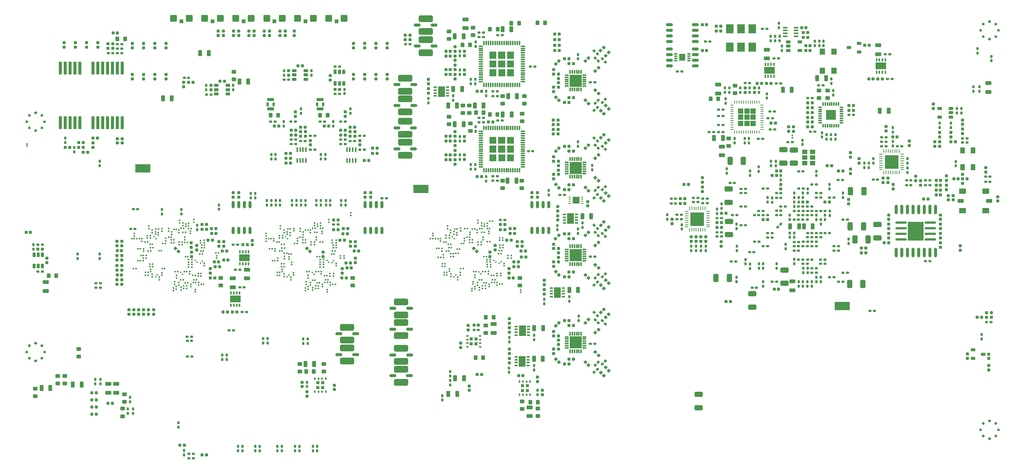
<source format=gbp>
G04*
G04 #@! TF.GenerationSoftware,Altium Limited,Altium Designer,19.1.6 (110)*
G04*
G04 Layer_Color=128*
%FSLAX44Y44*%
%MOMM*%
G71*
G01*
G75*
G04:AMPARAMS|DCode=24|XSize=0.6mm|YSize=0.6mm|CornerRadius=0.06mm|HoleSize=0mm|Usage=FLASHONLY|Rotation=270.000|XOffset=0mm|YOffset=0mm|HoleType=Round|Shape=RoundedRectangle|*
%AMROUNDEDRECTD24*
21,1,0.6000,0.4800,0,0,270.0*
21,1,0.4800,0.6000,0,0,270.0*
1,1,0.1200,-0.2400,-0.2400*
1,1,0.1200,-0.2400,0.2400*
1,1,0.1200,0.2400,0.2400*
1,1,0.1200,0.2400,-0.2400*
%
%ADD24ROUNDEDRECTD24*%
G04:AMPARAMS|DCode=25|XSize=0.5mm|YSize=0.6mm|CornerRadius=0.05mm|HoleSize=0mm|Usage=FLASHONLY|Rotation=180.000|XOffset=0mm|YOffset=0mm|HoleType=Round|Shape=RoundedRectangle|*
%AMROUNDEDRECTD25*
21,1,0.5000,0.5000,0,0,180.0*
21,1,0.4000,0.6000,0,0,180.0*
1,1,0.1000,-0.2000,0.2500*
1,1,0.1000,0.2000,0.2500*
1,1,0.1000,0.2000,-0.2500*
1,1,0.1000,-0.2000,-0.2500*
%
%ADD25ROUNDEDRECTD25*%
G04:AMPARAMS|DCode=26|XSize=0.5mm|YSize=0.6mm|CornerRadius=0.05mm|HoleSize=0mm|Usage=FLASHONLY|Rotation=135.000|XOffset=0mm|YOffset=0mm|HoleType=Round|Shape=RoundedRectangle|*
%AMROUNDEDRECTD26*
21,1,0.5000,0.5000,0,0,135.0*
21,1,0.4000,0.6000,0,0,135.0*
1,1,0.1000,0.0354,0.3182*
1,1,0.1000,0.3182,0.0354*
1,1,0.1000,-0.0354,-0.3182*
1,1,0.1000,-0.3182,-0.0354*
%
%ADD26ROUNDEDRECTD26*%
G04:AMPARAMS|DCode=28|XSize=0.5mm|YSize=0.6mm|CornerRadius=0.05mm|HoleSize=0mm|Usage=FLASHONLY|Rotation=225.000|XOffset=0mm|YOffset=0mm|HoleType=Round|Shape=RoundedRectangle|*
%AMROUNDEDRECTD28*
21,1,0.5000,0.5000,0,0,225.0*
21,1,0.4000,0.6000,0,0,225.0*
1,1,0.1000,-0.3182,0.0354*
1,1,0.1000,-0.0354,0.3182*
1,1,0.1000,0.3182,-0.0354*
1,1,0.1000,0.0354,-0.3182*
%
%ADD28ROUNDEDRECTD28*%
G04:AMPARAMS|DCode=30|XSize=1mm|YSize=0.9mm|CornerRadius=0.1125mm|HoleSize=0mm|Usage=FLASHONLY|Rotation=90.000|XOffset=0mm|YOffset=0mm|HoleType=Round|Shape=RoundedRectangle|*
%AMROUNDEDRECTD30*
21,1,1.0000,0.6750,0,0,90.0*
21,1,0.7750,0.9000,0,0,90.0*
1,1,0.2250,0.3375,0.3875*
1,1,0.2250,0.3375,-0.3875*
1,1,0.2250,-0.3375,-0.3875*
1,1,0.2250,-0.3375,0.3875*
%
%ADD30ROUNDEDRECTD30*%
G04:AMPARAMS|DCode=31|XSize=0.5mm|YSize=0.6mm|CornerRadius=0.05mm|HoleSize=0mm|Usage=FLASHONLY|Rotation=90.000|XOffset=0mm|YOffset=0mm|HoleType=Round|Shape=RoundedRectangle|*
%AMROUNDEDRECTD31*
21,1,0.5000,0.5000,0,0,90.0*
21,1,0.4000,0.6000,0,0,90.0*
1,1,0.1000,0.2500,0.2000*
1,1,0.1000,0.2500,-0.2000*
1,1,0.1000,-0.2500,-0.2000*
1,1,0.1000,-0.2500,0.2000*
%
%ADD31ROUNDEDRECTD31*%
G04:AMPARAMS|DCode=32|XSize=0.6mm|YSize=0.6mm|CornerRadius=0.06mm|HoleSize=0mm|Usage=FLASHONLY|Rotation=0.000|XOffset=0mm|YOffset=0mm|HoleType=Round|Shape=RoundedRectangle|*
%AMROUNDEDRECTD32*
21,1,0.6000,0.4800,0,0,0.0*
21,1,0.4800,0.6000,0,0,0.0*
1,1,0.1200,0.2400,-0.2400*
1,1,0.1200,-0.2400,-0.2400*
1,1,0.1200,-0.2400,0.2400*
1,1,0.1200,0.2400,0.2400*
%
%ADD32ROUNDEDRECTD32*%
G04:AMPARAMS|DCode=33|XSize=1mm|YSize=0.9mm|CornerRadius=0.1125mm|HoleSize=0mm|Usage=FLASHONLY|Rotation=0.000|XOffset=0mm|YOffset=0mm|HoleType=Round|Shape=RoundedRectangle|*
%AMROUNDEDRECTD33*
21,1,1.0000,0.6750,0,0,0.0*
21,1,0.7750,0.9000,0,0,0.0*
1,1,0.2250,0.3875,-0.3375*
1,1,0.2250,-0.3875,-0.3375*
1,1,0.2250,-0.3875,0.3375*
1,1,0.2250,0.3875,0.3375*
%
%ADD33ROUNDEDRECTD33*%
G04:AMPARAMS|DCode=34|XSize=1.3mm|YSize=0.8mm|CornerRadius=0.1mm|HoleSize=0mm|Usage=FLASHONLY|Rotation=180.000|XOffset=0mm|YOffset=0mm|HoleType=Round|Shape=RoundedRectangle|*
%AMROUNDEDRECTD34*
21,1,1.3000,0.6000,0,0,180.0*
21,1,1.1000,0.8000,0,0,180.0*
1,1,0.2000,-0.5500,0.3000*
1,1,0.2000,0.5500,0.3000*
1,1,0.2000,0.5500,-0.3000*
1,1,0.2000,-0.5500,-0.3000*
%
%ADD34ROUNDEDRECTD34*%
G04:AMPARAMS|DCode=40|XSize=1.3mm|YSize=0.8mm|CornerRadius=0.1mm|HoleSize=0mm|Usage=FLASHONLY|Rotation=270.000|XOffset=0mm|YOffset=0mm|HoleType=Round|Shape=RoundedRectangle|*
%AMROUNDEDRECTD40*
21,1,1.3000,0.6000,0,0,270.0*
21,1,1.1000,0.8000,0,0,270.0*
1,1,0.2000,-0.3000,-0.5500*
1,1,0.2000,-0.3000,0.5500*
1,1,0.2000,0.3000,0.5500*
1,1,0.2000,0.3000,-0.5500*
%
%ADD40ROUNDEDRECTD40*%
%ADD43R,3.5000X1.9000*%
G04:AMPARAMS|DCode=57|XSize=0.6mm|YSize=0.6mm|CornerRadius=0.06mm|HoleSize=0mm|Usage=FLASHONLY|Rotation=225.000|XOffset=0mm|YOffset=0mm|HoleType=Round|Shape=RoundedRectangle|*
%AMROUNDEDRECTD57*
21,1,0.6000,0.4800,0,0,225.0*
21,1,0.4800,0.6000,0,0,225.0*
1,1,0.1200,-0.3394,0.0000*
1,1,0.1200,0.0000,0.3394*
1,1,0.1200,0.3394,0.0000*
1,1,0.1200,0.0000,-0.3394*
%
%ADD57ROUNDEDRECTD57*%
G04:AMPARAMS|DCode=61|XSize=0.6mm|YSize=1mm|CornerRadius=0.075mm|HoleSize=0mm|Usage=FLASHONLY|Rotation=0.000|XOffset=0mm|YOffset=0mm|HoleType=Round|Shape=RoundedRectangle|*
%AMROUNDEDRECTD61*
21,1,0.6000,0.8500,0,0,0.0*
21,1,0.4500,1.0000,0,0,0.0*
1,1,0.1500,0.2250,-0.4250*
1,1,0.1500,-0.2250,-0.4250*
1,1,0.1500,-0.2250,0.4250*
1,1,0.1500,0.2250,0.4250*
%
%ADD61ROUNDEDRECTD61*%
%ADD62R,0.4000X1.0000*%
G04:AMPARAMS|DCode=66|XSize=1.5mm|YSize=0.71mm|CornerRadius=0.1775mm|HoleSize=0mm|Usage=FLASHONLY|Rotation=180.000|XOffset=0mm|YOffset=0mm|HoleType=Round|Shape=RoundedRectangle|*
%AMROUNDEDRECTD66*
21,1,1.5000,0.3550,0,0,180.0*
21,1,1.1450,0.7100,0,0,180.0*
1,1,0.3550,-0.5725,0.1775*
1,1,0.3550,0.5725,0.1775*
1,1,0.3550,0.5725,-0.1775*
1,1,0.3550,-0.5725,-0.1775*
%
%ADD66ROUNDEDRECTD66*%
G04:AMPARAMS|DCode=67|XSize=3.25mm|YSize=1.5mm|CornerRadius=0.375mm|HoleSize=0mm|Usage=FLASHONLY|Rotation=180.000|XOffset=0mm|YOffset=0mm|HoleType=Round|Shape=RoundedRectangle|*
%AMROUNDEDRECTD67*
21,1,3.2500,0.7500,0,0,180.0*
21,1,2.5000,1.5000,0,0,180.0*
1,1,0.7500,-1.2500,0.3750*
1,1,0.7500,1.2500,0.3750*
1,1,0.7500,1.2500,-0.3750*
1,1,0.7500,-1.2500,-0.3750*
%
%ADD67ROUNDEDRECTD67*%
%ADD70R,0.3000X0.3100*%
%ADD71R,0.6000X0.9000*%
%ADD72R,1.5000X0.7500*%
G04:AMPARAMS|DCode=82|XSize=1.8mm|YSize=1.15mm|CornerRadius=0.1438mm|HoleSize=0mm|Usage=FLASHONLY|Rotation=90.000|XOffset=0mm|YOffset=0mm|HoleType=Round|Shape=RoundedRectangle|*
%AMROUNDEDRECTD82*
21,1,1.8000,0.8625,0,0,90.0*
21,1,1.5125,1.1500,0,0,90.0*
1,1,0.2875,0.4313,0.7563*
1,1,0.2875,0.4313,-0.7563*
1,1,0.2875,-0.4313,-0.7563*
1,1,0.2875,-0.4313,0.7563*
%
%ADD82ROUNDEDRECTD82*%
G04:AMPARAMS|DCode=83|XSize=1.8mm|YSize=1.15mm|CornerRadius=0.1438mm|HoleSize=0mm|Usage=FLASHONLY|Rotation=180.000|XOffset=0mm|YOffset=0mm|HoleType=Round|Shape=RoundedRectangle|*
%AMROUNDEDRECTD83*
21,1,1.8000,0.8625,0,0,180.0*
21,1,1.5125,1.1500,0,0,180.0*
1,1,0.2875,-0.7563,0.4313*
1,1,0.2875,0.7563,0.4313*
1,1,0.2875,0.7563,-0.4313*
1,1,0.2875,-0.7563,-0.4313*
%
%ADD83ROUNDEDRECTD83*%
G04:AMPARAMS|DCode=94|XSize=0.6mm|YSize=1mm|CornerRadius=0.075mm|HoleSize=0mm|Usage=FLASHONLY|Rotation=90.000|XOffset=0mm|YOffset=0mm|HoleType=Round|Shape=RoundedRectangle|*
%AMROUNDEDRECTD94*
21,1,0.6000,0.8500,0,0,90.0*
21,1,0.4500,1.0000,0,0,90.0*
1,1,0.1500,0.4250,0.2250*
1,1,0.1500,0.4250,-0.2250*
1,1,0.1500,-0.4250,-0.2250*
1,1,0.1500,-0.4250,0.2250*
%
%ADD94ROUNDEDRECTD94*%
%ADD95R,0.3500X0.3000*%
G04:AMPARAMS|DCode=97|XSize=0.6mm|YSize=0.6mm|CornerRadius=0.06mm|HoleSize=0mm|Usage=FLASHONLY|Rotation=315.000|XOffset=0mm|YOffset=0mm|HoleType=Round|Shape=RoundedRectangle|*
%AMROUNDEDRECTD97*
21,1,0.6000,0.4800,0,0,315.0*
21,1,0.4800,0.6000,0,0,315.0*
1,1,0.1200,0.0000,-0.3394*
1,1,0.1200,-0.3394,0.0000*
1,1,0.1200,0.0000,0.3394*
1,1,0.1200,0.3394,0.0000*
%
%ADD97ROUNDEDRECTD97*%
%ADD221R,3.1000X3.1000*%
%ADD271R,0.4500X0.5000*%
%ADD272R,0.8000X0.8000*%
%ADD273R,0.5000X0.4500*%
%ADD274R,0.8000X0.8000*%
G04:AMPARAMS|DCode=275|XSize=0.55mm|YSize=2.6mm|CornerRadius=0.1375mm|HoleSize=0mm|Usage=FLASHONLY|Rotation=270.000|XOffset=0mm|YOffset=0mm|HoleType=Round|Shape=RoundedRectangle|*
%AMROUNDEDRECTD275*
21,1,0.5500,2.3250,0,0,270.0*
21,1,0.2750,2.6000,0,0,270.0*
1,1,0.2750,-1.1625,-0.1375*
1,1,0.2750,-1.1625,0.1375*
1,1,0.2750,1.1625,0.1375*
1,1,0.2750,1.1625,-0.1375*
%
%ADD275ROUNDEDRECTD275*%
%ADD276R,3.6000X4.2000*%
G04:AMPARAMS|DCode=277|XSize=1.5mm|YSize=1.5mm|CornerRadius=0.1875mm|HoleSize=0mm|Usage=FLASHONLY|Rotation=0.000|XOffset=0mm|YOffset=0mm|HoleType=Round|Shape=RoundedRectangle|*
%AMROUNDEDRECTD277*
21,1,1.5000,1.1250,0,0,0.0*
21,1,1.1250,1.5000,0,0,0.0*
1,1,0.3750,0.5625,-0.5625*
1,1,0.3750,-0.5625,-0.5625*
1,1,0.3750,-0.5625,0.5625*
1,1,0.3750,0.5625,0.5625*
%
%ADD277ROUNDEDRECTD277*%
G04:AMPARAMS|DCode=278|XSize=0.9mm|YSize=0.9mm|CornerRadius=0.1125mm|HoleSize=0mm|Usage=FLASHONLY|Rotation=0.000|XOffset=0mm|YOffset=0mm|HoleType=Round|Shape=RoundedRectangle|*
%AMROUNDEDRECTD278*
21,1,0.9000,0.6750,0,0,0.0*
21,1,0.6750,0.9000,0,0,0.0*
1,1,0.2250,0.3375,-0.3375*
1,1,0.2250,-0.3375,-0.3375*
1,1,0.2250,-0.3375,0.3375*
1,1,0.2250,0.3375,0.3375*
%
%ADD278ROUNDEDRECTD278*%
%ADD279R,1.8000X2.0000*%
%ADD280R,1.2500X1.3500*%
%ADD281R,1.5000X1.2000*%
%ADD282R,1.4000X0.9000*%
%ADD283R,1.0000X1.3500*%
%ADD286R,1.0000X0.4000*%
%ADD287O,0.3000X0.9000*%
%ADD288O,0.9000X0.3000*%
%ADD290R,0.8000X3.0000*%
%ADD291R,0.8000X0.3000*%
%ADD292R,1.4000X1.6000*%
G04:AMPARAMS|DCode=293|XSize=0.25mm|YSize=0.75mm|CornerRadius=0.0625mm|HoleSize=0mm|Usage=FLASHONLY|Rotation=180.000|XOffset=0mm|YOffset=0mm|HoleType=Round|Shape=RoundedRectangle|*
%AMROUNDEDRECTD293*
21,1,0.2500,0.6250,0,0,180.0*
21,1,0.1250,0.7500,0,0,180.0*
1,1,0.1250,-0.0625,0.3125*
1,1,0.1250,0.0625,0.3125*
1,1,0.1250,0.0625,-0.3125*
1,1,0.1250,-0.0625,-0.3125*
%
%ADD293ROUNDEDRECTD293*%
G04:AMPARAMS|DCode=294|XSize=0.25mm|YSize=0.75mm|CornerRadius=0.0625mm|HoleSize=0mm|Usage=FLASHONLY|Rotation=90.000|XOffset=0mm|YOffset=0mm|HoleType=Round|Shape=RoundedRectangle|*
%AMROUNDEDRECTD294*
21,1,0.2500,0.6250,0,0,90.0*
21,1,0.1250,0.7500,0,0,90.0*
1,1,0.1250,0.3125,0.0625*
1,1,0.1250,0.3125,-0.0625*
1,1,0.1250,-0.3125,-0.0625*
1,1,0.1250,-0.3125,0.0625*
%
%ADD294ROUNDEDRECTD294*%
G04:AMPARAMS|DCode=296|XSize=0.25mm|YSize=0.8mm|CornerRadius=0.0625mm|HoleSize=0mm|Usage=FLASHONLY|Rotation=270.000|XOffset=0mm|YOffset=0mm|HoleType=Round|Shape=RoundedRectangle|*
%AMROUNDEDRECTD296*
21,1,0.2500,0.6750,0,0,270.0*
21,1,0.1250,0.8000,0,0,270.0*
1,1,0.1250,-0.3375,-0.0625*
1,1,0.1250,-0.3375,0.0625*
1,1,0.1250,0.3375,0.0625*
1,1,0.1250,0.3375,-0.0625*
%
%ADD296ROUNDEDRECTD296*%
G04:AMPARAMS|DCode=297|XSize=0.25mm|YSize=0.8mm|CornerRadius=0.0625mm|HoleSize=0mm|Usage=FLASHONLY|Rotation=0.000|XOffset=0mm|YOffset=0mm|HoleType=Round|Shape=RoundedRectangle|*
%AMROUNDEDRECTD297*
21,1,0.2500,0.6750,0,0,0.0*
21,1,0.1250,0.8000,0,0,0.0*
1,1,0.1250,0.0625,-0.3375*
1,1,0.1250,-0.0625,-0.3375*
1,1,0.1250,-0.0625,0.3375*
1,1,0.1250,0.0625,0.3375*
%
%ADD297ROUNDEDRECTD297*%
%ADD298R,3.1000X3.1000*%
%ADD299R,0.3000X0.3500*%
G04:AMPARAMS|DCode=300|XSize=0.6mm|YSize=1.55mm|CornerRadius=0.15mm|HoleSize=0mm|Usage=FLASHONLY|Rotation=270.000|XOffset=0mm|YOffset=0mm|HoleType=Round|Shape=RoundedRectangle|*
%AMROUNDEDRECTD300*
21,1,0.6000,1.2500,0,0,270.0*
21,1,0.3000,1.5500,0,0,270.0*
1,1,0.3000,-0.6250,-0.1500*
1,1,0.3000,-0.6250,0.1500*
1,1,0.3000,0.6250,0.1500*
1,1,0.3000,0.6250,-0.1500*
%
%ADD300ROUNDEDRECTD300*%
%ADD301R,2.3500X1.6000*%
%ADD302R,0.3000X0.7000*%
%ADD303R,1.6000X2.3500*%
%ADD304R,0.7000X0.3000*%
G04:AMPARAMS|DCode=305|XSize=1mm|YSize=1.2mm|CornerRadius=0.125mm|HoleSize=0mm|Usage=FLASHONLY|Rotation=270.000|XOffset=0mm|YOffset=0mm|HoleType=Round|Shape=RoundedRectangle|*
%AMROUNDEDRECTD305*
21,1,1.0000,0.9500,0,0,270.0*
21,1,0.7500,1.2000,0,0,270.0*
1,1,0.2500,-0.4750,-0.3750*
1,1,0.2500,-0.4750,0.3750*
1,1,0.2500,0.4750,0.3750*
1,1,0.2500,0.4750,-0.3750*
%
%ADD305ROUNDEDRECTD305*%
%ADD306R,1.6000X1.6000*%
%ADD307R,0.6250X0.2500*%
%ADD308O,0.6000X2.2000*%
G04:AMPARAMS|DCode=309|XSize=0.95mm|YSize=0.3mm|CornerRadius=0.075mm|HoleSize=0mm|Usage=FLASHONLY|Rotation=90.000|XOffset=0mm|YOffset=0mm|HoleType=Round|Shape=RoundedRectangle|*
%AMROUNDEDRECTD309*
21,1,0.9500,0.1500,0,0,90.0*
21,1,0.8000,0.3000,0,0,90.0*
1,1,0.1500,0.0750,0.4000*
1,1,0.1500,0.0750,-0.4000*
1,1,0.1500,-0.0750,-0.4000*
1,1,0.1500,-0.0750,0.4000*
%
%ADD309ROUNDEDRECTD309*%
G04:AMPARAMS|DCode=310|XSize=0.95mm|YSize=0.3mm|CornerRadius=0.075mm|HoleSize=0mm|Usage=FLASHONLY|Rotation=0.000|XOffset=0mm|YOffset=0mm|HoleType=Round|Shape=RoundedRectangle|*
%AMROUNDEDRECTD310*
21,1,0.9500,0.1500,0,0,0.0*
21,1,0.8000,0.3000,0,0,0.0*
1,1,0.1500,0.4000,-0.0750*
1,1,0.1500,-0.4000,-0.0750*
1,1,0.1500,-0.4000,0.0750*
1,1,0.1500,0.4000,0.0750*
%
%ADD310ROUNDEDRECTD310*%
G04:AMPARAMS|DCode=312|XSize=0.3mm|YSize=0.35mm|CornerRadius=0mm|HoleSize=0mm|Usage=FLASHONLY|Rotation=315.000|XOffset=0mm|YOffset=0mm|HoleType=Round|Shape=Rectangle|*
%AMROTATEDRECTD312*
4,1,4,-0.2298,-0.0177,0.0177,0.2298,0.2298,0.0177,-0.0177,-0.2298,-0.2298,-0.0177,0.0*
%
%ADD312ROTATEDRECTD312*%

%ADD313O,0.6000X1.7000*%
G04:AMPARAMS|DCode=314|XSize=0.3mm|YSize=0.35mm|CornerRadius=0mm|HoleSize=0mm|Usage=FLASHONLY|Rotation=225.000|XOffset=0mm|YOffset=0mm|HoleType=Round|Shape=Rectangle|*
%AMROTATEDRECTD314*
4,1,4,-0.0177,0.2298,0.2298,-0.0177,0.0177,-0.2298,-0.2298,0.0177,-0.0177,0.2298,0.0*
%
%ADD314ROTATEDRECTD314*%

G04:AMPARAMS|DCode=315|XSize=0.3mm|YSize=0.9mm|CornerRadius=0.075mm|HoleSize=0mm|Usage=FLASHONLY|Rotation=270.000|XOffset=0mm|YOffset=0mm|HoleType=Round|Shape=RoundedRectangle|*
%AMROUNDEDRECTD315*
21,1,0.3000,0.7500,0,0,270.0*
21,1,0.1500,0.9000,0,0,270.0*
1,1,0.1500,-0.3750,-0.0750*
1,1,0.1500,-0.3750,0.0750*
1,1,0.1500,0.3750,0.0750*
1,1,0.1500,0.3750,-0.0750*
%
%ADD315ROUNDEDRECTD315*%
G04:AMPARAMS|DCode=316|XSize=0.3mm|YSize=0.9mm|CornerRadius=0.075mm|HoleSize=0mm|Usage=FLASHONLY|Rotation=0.000|XOffset=0mm|YOffset=0mm|HoleType=Round|Shape=RoundedRectangle|*
%AMROUNDEDRECTD316*
21,1,0.3000,0.7500,0,0,0.0*
21,1,0.1500,0.9000,0,0,0.0*
1,1,0.1500,0.0750,-0.3750*
1,1,0.1500,-0.0750,-0.3750*
1,1,0.1500,-0.0750,0.3750*
1,1,0.1500,0.0750,0.3750*
%
%ADD316ROUNDEDRECTD316*%
%ADD317R,2.7000X2.7000*%
%ADD374R,2.2500X2.2500*%
G36*
X2286699Y1094043D02*
X2287543Y1093199D01*
X2288000Y1092097D01*
Y1091500D01*
Y1090903D01*
X2287543Y1089801D01*
X2286699Y1088957D01*
X2285597Y1088500D01*
X2284403D01*
X2283300Y1088957D01*
X2282457Y1089801D01*
X2282000Y1090903D01*
Y1091500D01*
Y1092097D01*
X2282457Y1093199D01*
X2283300Y1094043D01*
X2284403Y1094500D01*
X2285597D01*
X2286699Y1094043D01*
D02*
G37*
G36*
X2300841Y1088185D02*
X2301263Y1087763D01*
X2301685Y1087342D01*
X2302142Y1086239D01*
Y1085045D01*
X2301685Y1083943D01*
X2301263Y1083521D01*
X2300841Y1083099D01*
X2299739Y1082642D01*
X2298545D01*
X2297443Y1083099D01*
X2297021Y1083521D01*
X2296599Y1083943D01*
X2296142Y1085045D01*
Y1086239D01*
X2296599Y1087342D01*
X2297021Y1087763D01*
X2297443Y1088185D01*
X2298545Y1088642D01*
X2299739D01*
X2300841Y1088185D01*
D02*
G37*
G36*
X2272557D02*
X2272979Y1087763D01*
X2273401Y1087342D01*
X2273858Y1086239D01*
Y1085045D01*
X2273401Y1083943D01*
X2272979Y1083521D01*
X2272557Y1083099D01*
X2271454Y1082642D01*
X2270261D01*
X2269158Y1083099D01*
X2268736Y1083521D01*
X2268315Y1083943D01*
X2267858Y1085045D01*
Y1086239D01*
X2268315Y1087342D01*
X2268736Y1087763D01*
X2269158Y1088185D01*
X2270261Y1088642D01*
X2271454D01*
X2272557Y1088185D01*
D02*
G37*
G36*
X2306699Y1074043D02*
X2307543Y1073199D01*
X2308000Y1072097D01*
Y1071500D01*
Y1070903D01*
X2307543Y1069801D01*
X2306699Y1068957D01*
X2305597Y1068500D01*
X2304403D01*
X2303300Y1068957D01*
X2302457Y1069801D01*
X2302000Y1070903D01*
Y1071500D01*
Y1072097D01*
X2302457Y1073199D01*
X2303300Y1074043D01*
X2304403Y1074500D01*
X2305597D01*
X2306699Y1074043D01*
D02*
G37*
G36*
X2266699D02*
X2267543Y1073199D01*
X2268000Y1072097D01*
Y1071500D01*
Y1070903D01*
X2267543Y1069801D01*
X2266699Y1068957D01*
X2265597Y1068500D01*
X2264403D01*
X2263300Y1068957D01*
X2262457Y1069801D01*
X2262000Y1070903D01*
Y1071500D01*
Y1072097D01*
X2262457Y1073199D01*
X2263300Y1074043D01*
X2264403Y1074500D01*
X2265597D01*
X2266699Y1074043D01*
D02*
G37*
G36*
X2300841Y1059901D02*
X2301263Y1059479D01*
X2301685Y1059057D01*
X2302142Y1057955D01*
Y1056761D01*
X2301685Y1055658D01*
X2301263Y1055237D01*
X2300841Y1054815D01*
X2299739Y1054358D01*
X2298545D01*
X2297443Y1054815D01*
X2297021Y1055237D01*
X2296599Y1055658D01*
X2296142Y1056761D01*
Y1057955D01*
X2296599Y1059057D01*
X2297021Y1059479D01*
X2297443Y1059901D01*
X2298545Y1060358D01*
X2299739D01*
X2300841Y1059901D01*
D02*
G37*
G36*
X2272557D02*
X2272979Y1059479D01*
X2273401Y1059057D01*
X2273858Y1057955D01*
Y1056761D01*
X2273401Y1055658D01*
X2272979Y1055237D01*
X2272557Y1054815D01*
X2271454Y1054358D01*
X2270261D01*
X2269158Y1054815D01*
X2268736Y1055237D01*
X2268315Y1055658D01*
X2267858Y1056761D01*
Y1057955D01*
X2268315Y1059057D01*
X2268736Y1059479D01*
X2269158Y1059901D01*
X2270261Y1060358D01*
X2271454D01*
X2272557Y1059901D01*
D02*
G37*
G36*
X2286699Y1054043D02*
X2287543Y1053199D01*
X2288000Y1052097D01*
Y1051500D01*
Y1050903D01*
X2287543Y1049801D01*
X2286699Y1048957D01*
X2285597Y1048500D01*
X2284403D01*
X2283300Y1048957D01*
X2282457Y1049801D01*
X2282000Y1050903D01*
Y1051500D01*
Y1052097D01*
X2282457Y1053199D01*
X2283300Y1054043D01*
X2284403Y1054500D01*
X2285597D01*
X2286699Y1054043D01*
D02*
G37*
G36*
X1171180Y1007415D02*
X1155509D01*
Y1022979D01*
X1171180D01*
Y1007415D01*
D02*
G37*
G36*
X1191080Y1007408D02*
X1175466D01*
Y1022979D01*
X1191080D01*
Y1007408D01*
D02*
G37*
G36*
X1210980Y1007394D02*
X1195395D01*
Y1022979D01*
X1210980D01*
Y1007394D01*
D02*
G37*
G36*
X1191080Y987464D02*
X1175465D01*
Y1003079D01*
X1191080D01*
Y987464D01*
D02*
G37*
G36*
X1210980Y987464D02*
X1195412D01*
Y1003079D01*
X1210980D01*
Y987464D01*
D02*
G37*
G36*
X1171180Y987463D02*
X1155514D01*
Y1003079D01*
X1171180D01*
Y987463D01*
D02*
G37*
G36*
Y967547D02*
X1155548D01*
Y983179D01*
X1171180D01*
Y967547D01*
D02*
G37*
G36*
X1191080Y967545D02*
X1175472D01*
Y983179D01*
X1191080D01*
Y967545D01*
D02*
G37*
G36*
X1210980Y967538D02*
X1195401D01*
Y983179D01*
X1210980Y983179D01*
Y967538D01*
D02*
G37*
G36*
X1756200Y894751D02*
X1756567Y894598D01*
X1756848Y894317D01*
X1757000Y893949D01*
X1757000Y893750D01*
X1757000D01*
X1757001Y883751D01*
X1757001Y883552D01*
X1756849Y883185D01*
X1756568Y882903D01*
X1756200Y882751D01*
X1756001Y882751D01*
X1756001Y882751D01*
X1746001Y882751D01*
X1745802Y882751D01*
X1745434Y882903D01*
X1745153Y883184D01*
X1745000Y883551D01*
X1745000Y883750D01*
X1745000Y883750D01*
X1745000Y893750D01*
X1745000Y893949D01*
X1745152Y894317D01*
X1745434Y894599D01*
X1745802Y894751D01*
X1746001Y894751D01*
X1746001Y894751D01*
X1756001Y894751D01*
X1756200Y894751D01*
D02*
G37*
G36*
X1742199Y894750D02*
X1742566Y894597D01*
X1742847Y894316D01*
X1743000Y893948D01*
X1742999Y893749D01*
X1743000D01*
X1743000Y883750D01*
X1743000Y883551D01*
X1742848Y883184D01*
X1742567Y882902D01*
X1742199Y882750D01*
X1742000Y882750D01*
X1742000Y882750D01*
X1732000Y882750D01*
X1731801Y882750D01*
X1731433Y882902D01*
X1731152Y883183D01*
X1730999Y883550D01*
X1730999Y883749D01*
X1730999Y883749D01*
X1730999Y893749D01*
X1730999Y893948D01*
X1731151Y894316D01*
X1731433Y894598D01*
X1731801Y894750D01*
X1732000Y894750D01*
X1732000Y894750D01*
X1742000Y894750D01*
X1742199Y894750D01*
D02*
G37*
G36*
X1728199D02*
X1728566Y894597D01*
X1728848Y894316D01*
X1729000Y893948D01*
X1728999Y893749D01*
X1728999D01*
X1729000Y883750D01*
X1729000Y883551D01*
X1728848Y883184D01*
X1728567Y882902D01*
X1728199Y882750D01*
X1728000Y882750D01*
X1728000Y882750D01*
X1718000Y882750D01*
X1717801Y882750D01*
X1717433Y882902D01*
X1717152Y883183D01*
X1716999Y883550D01*
X1716999Y883749D01*
X1716999Y883749D01*
X1716999Y893749D01*
X1716999Y893948D01*
X1717151Y894316D01*
X1717433Y894598D01*
X1717801Y894750D01*
X1718000Y894750D01*
X1718000Y894750D01*
X1728000Y894750D01*
X1728199Y894750D01*
D02*
G37*
G36*
X131949Y887293D02*
X132793Y886449D01*
X133250Y885347D01*
Y884750D01*
Y884153D01*
X132793Y883051D01*
X131949Y882207D01*
X130847Y881750D01*
X129653D01*
X128551Y882207D01*
X127707Y883051D01*
X127250Y884153D01*
Y884750D01*
Y885347D01*
X127707Y886449D01*
X128551Y887293D01*
X129653Y887750D01*
X130847D01*
X131949Y887293D01*
D02*
G37*
G36*
X1756200Y880750D02*
X1756567Y880598D01*
X1756848Y880316D01*
X1757000Y879949D01*
X1757000Y879750D01*
X1757000D01*
X1757001Y869750D01*
X1757001Y869551D01*
X1756849Y869184D01*
X1756568Y868903D01*
X1756200Y868750D01*
X1756001Y868751D01*
X1756001Y868750D01*
X1746001Y868750D01*
X1745802Y868750D01*
X1745434Y868902D01*
X1745153Y869183D01*
X1745000Y869550D01*
X1745000Y869749D01*
X1745000Y869749D01*
X1745000Y879749D01*
X1745000Y879948D01*
X1745152Y880316D01*
X1745434Y880598D01*
X1745802Y880750D01*
X1746001Y880750D01*
X1746001Y880750D01*
X1756001Y880750D01*
X1756200Y880750D01*
D02*
G37*
G36*
X1742199Y880749D02*
X1742566Y880597D01*
X1742847Y880315D01*
X1743000Y879948D01*
X1742999Y879749D01*
X1742999D01*
X1743000Y869749D01*
X1743000Y869550D01*
X1742848Y869183D01*
X1742567Y868902D01*
X1742199Y868749D01*
X1742000Y868749D01*
X1742000Y868749D01*
X1732000Y868749D01*
X1731801Y868749D01*
X1731433Y868901D01*
X1731152Y869182D01*
X1730999Y869549D01*
X1730999Y869748D01*
X1730999Y869748D01*
X1730999Y879748D01*
X1730999Y879947D01*
X1731151Y880315D01*
X1731433Y880597D01*
X1731801Y880749D01*
X1732000Y880749D01*
X1732000Y880749D01*
X1742000Y880749D01*
X1742199Y880749D01*
D02*
G37*
G36*
X1728199D02*
X1728566Y880597D01*
X1728847Y880315D01*
X1728999Y879948D01*
X1728999Y879749D01*
X1728999D01*
X1729000Y869749D01*
X1729000Y869550D01*
X1728848Y869183D01*
X1728567Y868902D01*
X1728199Y868749D01*
X1728000Y868749D01*
X1728000Y868749D01*
X1718000Y868749D01*
X1717801Y868749D01*
X1717433Y868901D01*
X1717152Y869182D01*
X1716999Y869549D01*
X1716999Y869748D01*
X1716999Y869748D01*
X1716999Y879748D01*
X1716999Y879947D01*
X1717151Y880315D01*
X1717433Y880597D01*
X1717801Y880749D01*
X1718000Y880749D01*
X1718000Y880749D01*
X1728000Y880749D01*
X1728199Y880749D01*
D02*
G37*
G36*
X146091Y881435D02*
X146513Y881013D01*
X146935Y880591D01*
X147392Y879489D01*
Y878295D01*
X146935Y877193D01*
X146513Y876771D01*
X146091Y876349D01*
X144989Y875892D01*
X143795D01*
X142693Y876349D01*
X142271Y876771D01*
X141849Y877193D01*
X141392Y878295D01*
Y879489D01*
X141849Y880591D01*
X142271Y881013D01*
X142693Y881435D01*
X143795Y881892D01*
X144989D01*
X146091Y881435D01*
D02*
G37*
G36*
X117807D02*
X118229Y881013D01*
X118651Y880591D01*
X119108Y879489D01*
Y878295D01*
X118651Y877193D01*
X118229Y876771D01*
X117807Y876349D01*
X116705Y875892D01*
X115511D01*
X114408Y876349D01*
X113987Y876771D01*
X113565Y877193D01*
X113108Y878295D01*
Y879489D01*
X113565Y880591D01*
X113987Y881013D01*
X114408Y881435D01*
X115511Y881892D01*
X116705D01*
X117807Y881435D01*
D02*
G37*
G36*
X1732000Y866750D02*
X1742000Y866750D01*
X1742000Y866750D01*
X1742199Y866750D01*
X1742567Y866598D01*
X1742848Y866316D01*
X1743000Y865949D01*
X1743000Y865750D01*
X1743000Y855751D01*
X1742999Y855751D01*
X1743000Y855552D01*
X1742847Y855184D01*
X1742566Y854902D01*
X1742199Y854750D01*
X1742000Y854750D01*
X1732000Y854750D01*
X1731801Y854750D01*
X1731433Y854902D01*
X1731151Y855184D01*
X1730999Y855552D01*
X1730999Y855751D01*
X1730999Y865751D01*
X1730999Y865751D01*
X1730999Y865950D01*
X1731152Y866317D01*
X1731433Y866598D01*
X1731801Y866750D01*
X1732000Y866750D01*
D02*
G37*
G36*
X1718000D02*
X1728000Y866750D01*
X1728000Y866750D01*
X1728199Y866750D01*
X1728567Y866598D01*
X1728848Y866316D01*
X1729000Y865949D01*
X1729000Y865750D01*
X1728999Y855751D01*
X1728999Y855751D01*
X1729000Y855552D01*
X1728848Y855184D01*
X1728566Y854902D01*
X1728199Y854750D01*
X1728000Y854750D01*
X1718000Y854750D01*
X1717801Y854750D01*
X1717433Y854902D01*
X1717151Y855184D01*
X1716999Y855552D01*
X1716999Y855751D01*
X1716999Y865751D01*
X1716999Y865751D01*
X1716999Y865950D01*
X1717152Y866317D01*
X1717433Y866598D01*
X1717801Y866750D01*
X1718000Y866750D01*
D02*
G37*
G36*
X1746001Y866749D02*
X1756001Y866749D01*
X1756001Y866749D01*
X1756200Y866749D01*
X1756568Y866597D01*
X1756849Y866315D01*
X1757001Y865948D01*
X1757001Y865749D01*
X1757000Y855750D01*
X1757000Y855750D01*
X1757000Y855551D01*
X1756848Y855183D01*
X1756567Y854902D01*
X1756200Y854749D01*
X1756001Y854749D01*
X1746001Y854749D01*
X1745802Y854749D01*
X1745434Y854901D01*
X1745152Y855183D01*
X1745000Y855551D01*
X1745000Y855750D01*
X1745000Y865750D01*
X1745000Y865750D01*
X1745000Y865949D01*
X1745153Y866316D01*
X1745434Y866597D01*
X1745802Y866749D01*
X1746001Y866749D01*
D02*
G37*
G36*
X151949Y867293D02*
X152793Y866449D01*
X153250Y865347D01*
Y864750D01*
Y864153D01*
X152793Y863051D01*
X151949Y862207D01*
X150847Y861750D01*
X149653D01*
X148551Y862207D01*
X147707Y863051D01*
X147250Y864153D01*
Y864750D01*
Y865347D01*
X147707Y866449D01*
X148551Y867293D01*
X149653Y867750D01*
X150847D01*
X151949Y867293D01*
D02*
G37*
G36*
X111949D02*
X112793Y866449D01*
X113250Y865347D01*
Y864750D01*
Y864153D01*
X112793Y863051D01*
X111949Y862207D01*
X110847Y861750D01*
X109653D01*
X108551Y862207D01*
X107707Y863051D01*
X107250Y864153D01*
Y864750D01*
Y865347D01*
X107707Y866449D01*
X108551Y867293D01*
X109653Y867750D01*
X110847D01*
X111949Y867293D01*
D02*
G37*
G36*
X146091Y853151D02*
X146513Y852729D01*
X146935Y852307D01*
X147392Y851205D01*
Y850011D01*
X146935Y848908D01*
X146513Y848486D01*
X146091Y848064D01*
X144989Y847608D01*
X143795D01*
X142693Y848064D01*
X142271Y848486D01*
X141849Y848908D01*
X141392Y850011D01*
Y851205D01*
X141849Y852307D01*
X142271Y852729D01*
X142693Y853151D01*
X143795Y853608D01*
X144989D01*
X146091Y853151D01*
D02*
G37*
G36*
X117807D02*
X118229Y852729D01*
X118651Y852307D01*
X119108Y851205D01*
Y850011D01*
X118651Y848908D01*
X118229Y848486D01*
X117807Y848064D01*
X116705Y847608D01*
X115511D01*
X114408Y848064D01*
X113987Y848486D01*
X113565Y848908D01*
X113108Y850011D01*
Y851205D01*
X113565Y852307D01*
X113987Y852729D01*
X114408Y853151D01*
X115511Y853608D01*
X116705D01*
X117807Y853151D01*
D02*
G37*
G36*
X131949Y847293D02*
X132793Y846449D01*
X133250Y845347D01*
Y844750D01*
Y844153D01*
X132793Y843051D01*
X131949Y842207D01*
X130847Y841750D01*
X129653D01*
X128551Y842207D01*
X127707Y843051D01*
X127250Y844153D01*
Y844750D01*
Y845347D01*
X127707Y846449D01*
X128551Y847293D01*
X129653Y847750D01*
X130847D01*
X131949Y847293D01*
D02*
G37*
G36*
X1171180Y814666D02*
X1155509D01*
Y830230D01*
X1171180D01*
Y814666D01*
D02*
G37*
G36*
X1191080Y814659D02*
X1175466D01*
Y830230D01*
X1191080D01*
Y814659D01*
D02*
G37*
G36*
X1210980Y814645D02*
X1195395D01*
Y830230D01*
X1210980D01*
Y814645D01*
D02*
G37*
G36*
X1191080Y794715D02*
X1175465D01*
Y810330D01*
X1191080D01*
Y794715D01*
D02*
G37*
G36*
X1210980Y794715D02*
X1195412D01*
X1195412Y810330D01*
X1210980D01*
Y794715D01*
D02*
G37*
G36*
X1171180Y794714D02*
X1155514D01*
Y810330D01*
X1171180D01*
Y794714D01*
D02*
G37*
G36*
Y774798D02*
X1155548D01*
Y790430D01*
X1171180D01*
Y774798D01*
D02*
G37*
G36*
X1191080Y774796D02*
X1175472D01*
Y790430D01*
X1191080D01*
Y774796D01*
D02*
G37*
G36*
X1210980Y774789D02*
X1195401D01*
Y790430D01*
X1210980Y790430D01*
Y774789D01*
D02*
G37*
G36*
X131949Y366043D02*
X132793Y365199D01*
X133250Y364097D01*
Y363500D01*
Y362903D01*
X132793Y361801D01*
X131949Y360957D01*
X130847Y360500D01*
X129653D01*
X128551Y360957D01*
X127707Y361801D01*
X127250Y362903D01*
Y363500D01*
Y364097D01*
X127707Y365199D01*
X128551Y366043D01*
X129653Y366500D01*
X130847D01*
X131949Y366043D01*
D02*
G37*
G36*
X146091Y360185D02*
X146513Y359763D01*
X146935Y359342D01*
X147392Y358239D01*
Y357045D01*
X146935Y355943D01*
X146513Y355521D01*
X146091Y355099D01*
X144989Y354642D01*
X143795D01*
X142693Y355099D01*
X142271Y355521D01*
X141849Y355943D01*
X141392Y357045D01*
Y358239D01*
X141849Y359342D01*
X142271Y359763D01*
X142693Y360185D01*
X143795Y360642D01*
X144989D01*
X146091Y360185D01*
D02*
G37*
G36*
X117807D02*
X118229Y359763D01*
X118651Y359342D01*
X119108Y358239D01*
Y357045D01*
X118651Y355943D01*
X118229Y355521D01*
X117807Y355099D01*
X116705Y354642D01*
X115511D01*
X114408Y355099D01*
X113987Y355521D01*
X113565Y355943D01*
X113108Y357045D01*
Y358239D01*
X113565Y359342D01*
X113987Y359763D01*
X114408Y360185D01*
X115511Y360642D01*
X116705D01*
X117807Y360185D01*
D02*
G37*
G36*
X151949Y346043D02*
X152793Y345199D01*
X153250Y344097D01*
Y343500D01*
Y342903D01*
X152793Y341801D01*
X151949Y340957D01*
X150847Y340500D01*
X149653D01*
X148551Y340957D01*
X147707Y341801D01*
X147250Y342903D01*
Y343500D01*
Y344097D01*
X147707Y345199D01*
X148551Y346043D01*
X149653Y346500D01*
X150847D01*
X151949Y346043D01*
D02*
G37*
G36*
X111949D02*
X112793Y345199D01*
X113250Y344097D01*
Y343500D01*
Y342903D01*
X112793Y341801D01*
X111949Y340957D01*
X110847Y340500D01*
X109653D01*
X108551Y340957D01*
X107707Y341801D01*
X107250Y342903D01*
Y343500D01*
Y344097D01*
X107707Y345199D01*
X108551Y346043D01*
X109653Y346500D01*
X110847D01*
X111949Y346043D01*
D02*
G37*
G36*
X146091Y331901D02*
X146513Y331479D01*
X146935Y331057D01*
X147392Y329955D01*
Y328761D01*
X146935Y327659D01*
X146513Y327237D01*
X146091Y326815D01*
X144989Y326358D01*
X143795D01*
X142693Y326815D01*
X142271Y327237D01*
X141849Y327659D01*
X141392Y328761D01*
Y329955D01*
X141849Y331057D01*
X142271Y331479D01*
X142693Y331901D01*
X143795Y332358D01*
X144989D01*
X146091Y331901D01*
D02*
G37*
G36*
X117807D02*
X118229Y331479D01*
X118651Y331057D01*
X119108Y329955D01*
Y328761D01*
X118651Y327659D01*
X118229Y327237D01*
X117807Y326815D01*
X116705Y326358D01*
X115511D01*
X114408Y326815D01*
X113987Y327237D01*
X113565Y327659D01*
X113108Y328761D01*
Y329955D01*
X113565Y331057D01*
X113987Y331479D01*
X114408Y331901D01*
X115511Y332358D01*
X116705D01*
X117807Y331901D01*
D02*
G37*
G36*
X131949Y326043D02*
X132793Y325199D01*
X133250Y324097D01*
Y323500D01*
Y322903D01*
X132793Y321801D01*
X131949Y320957D01*
X130847Y320500D01*
X129653D01*
X128551Y320957D01*
X127707Y321801D01*
X127250Y322903D01*
Y323500D01*
Y324097D01*
X127707Y325199D01*
X128551Y326043D01*
X129653Y326500D01*
X130847D01*
X131949Y326043D01*
D02*
G37*
G36*
X2286699Y190043D02*
X2287543Y189199D01*
X2288000Y188097D01*
Y187500D01*
Y186903D01*
X2287543Y185801D01*
X2286699Y184957D01*
X2285597Y184500D01*
X2284403D01*
X2283300Y184957D01*
X2282457Y185801D01*
X2282000Y186903D01*
Y187500D01*
Y188097D01*
X2282457Y189199D01*
X2283300Y190043D01*
X2284403Y190500D01*
X2285597D01*
X2286699Y190043D01*
D02*
G37*
G36*
X2300841Y184185D02*
X2301263Y183764D01*
X2301685Y183342D01*
X2302142Y182239D01*
Y181045D01*
X2301685Y179943D01*
X2301263Y179521D01*
X2300841Y179099D01*
X2299739Y178642D01*
X2298545D01*
X2297443Y179099D01*
X2297021Y179521D01*
X2296599Y179943D01*
X2296142Y181045D01*
Y182239D01*
X2296599Y183342D01*
X2297021Y183764D01*
X2297443Y184185D01*
X2298545Y184642D01*
X2299739D01*
X2300841Y184185D01*
D02*
G37*
G36*
X2272557D02*
X2272979Y183764D01*
X2273401Y183342D01*
X2273858Y182239D01*
Y181045D01*
X2273401Y179943D01*
X2272979Y179521D01*
X2272557Y179099D01*
X2271454Y178642D01*
X2270261D01*
X2269158Y179099D01*
X2268736Y179521D01*
X2268314Y179943D01*
X2267858Y181045D01*
Y182239D01*
X2268314Y183342D01*
X2268736Y183764D01*
X2269158Y184185D01*
X2270261Y184642D01*
X2271454D01*
X2272557Y184185D01*
D02*
G37*
G36*
X2306699Y170043D02*
X2307543Y169199D01*
X2308000Y168097D01*
Y167500D01*
Y166903D01*
X2307543Y165801D01*
X2306699Y164957D01*
X2305597Y164500D01*
X2304403D01*
X2303300Y164957D01*
X2302457Y165801D01*
X2302000Y166903D01*
Y167500D01*
Y168097D01*
X2302457Y169199D01*
X2303300Y170043D01*
X2304403Y170500D01*
X2305597D01*
X2306699Y170043D01*
D02*
G37*
G36*
X2266699D02*
X2267543Y169199D01*
X2268000Y168097D01*
Y167500D01*
Y166903D01*
X2267543Y165801D01*
X2266699Y164957D01*
X2265597Y164500D01*
X2264403D01*
X2263300Y164957D01*
X2262457Y165801D01*
X2262000Y166903D01*
Y167500D01*
Y168097D01*
X2262457Y169199D01*
X2263300Y170043D01*
X2264403Y170500D01*
X2265597D01*
X2266699Y170043D01*
D02*
G37*
G36*
X2300841Y155901D02*
X2301263Y155479D01*
X2301685Y155057D01*
X2302142Y153955D01*
Y152761D01*
X2301685Y151658D01*
X2301263Y151236D01*
X2300841Y150815D01*
X2299739Y150358D01*
X2298545D01*
X2297443Y150815D01*
X2297021Y151236D01*
X2296599Y151658D01*
X2296142Y152761D01*
Y153955D01*
X2296599Y155057D01*
X2297021Y155479D01*
X2297443Y155901D01*
X2298545Y156358D01*
X2299739D01*
X2300841Y155901D01*
D02*
G37*
G36*
X2272557D02*
X2272979Y155479D01*
X2273401Y155057D01*
X2273858Y153955D01*
Y152761D01*
X2273401Y151658D01*
X2272979Y151236D01*
X2272557Y150815D01*
X2271454Y150358D01*
X2270261D01*
X2269158Y150815D01*
X2268736Y151236D01*
X2268314Y151658D01*
X2267858Y152761D01*
Y153955D01*
X2268314Y155057D01*
X2268736Y155479D01*
X2269158Y155901D01*
X2270261Y156358D01*
X2271454D01*
X2272557Y155901D01*
D02*
G37*
G36*
X2286699Y150043D02*
X2287543Y149199D01*
X2288000Y148097D01*
Y147500D01*
Y146903D01*
X2287543Y145801D01*
X2286699Y144957D01*
X2285597Y144500D01*
X2284403D01*
X2283300Y144957D01*
X2282457Y145801D01*
X2282000Y146903D01*
Y147500D01*
Y148097D01*
X2282457Y149199D01*
X2283300Y150043D01*
X2284403Y150500D01*
X2285597D01*
X2286699Y150043D01*
D02*
G37*
%LPC*%
G36*
X1732000Y854750D02*
X1732000D01*
X1732000D01*
D01*
D02*
G37*
G36*
X1718000D02*
X1718000D01*
X1718000D01*
D01*
D02*
G37*
G36*
X1746001Y854749D02*
X1746001D01*
X1746001D01*
D01*
D02*
G37*
%LPD*%
D24*
X819852Y834539D02*
D03*
X829852D02*
D03*
X707591Y845539D02*
D03*
X717591D02*
D03*
X707591Y834539D02*
D03*
X717591D02*
D03*
X669980Y854500D02*
D03*
X679980D02*
D03*
X782255Y854515D02*
D03*
X792255D02*
D03*
X891250Y804970D02*
D03*
X901250D02*
D03*
X891250Y792500D02*
D03*
X901250D02*
D03*
X696000Y771000D02*
D03*
X706000D02*
D03*
X696000Y782000D02*
D03*
X706000D02*
D03*
X1977500Y901250D02*
D03*
X1967500D02*
D03*
X1977500Y890250D02*
D03*
X1967500D02*
D03*
X1874250Y1055500D02*
D03*
X1864250D02*
D03*
X1874250Y1066500D02*
D03*
X1864250D02*
D03*
X1689750Y457500D02*
D03*
X1699750D02*
D03*
X1679500Y636000D02*
D03*
X1669500D02*
D03*
X2164500Y731750D02*
D03*
X2174500D02*
D03*
X2164500Y720750D02*
D03*
X2174500D02*
D03*
X2164500Y709750D02*
D03*
X2174500D02*
D03*
X2164500Y698750D02*
D03*
X2174500D02*
D03*
X2214250Y735000D02*
D03*
X2204250D02*
D03*
X1869750Y1026000D02*
D03*
X1879750D02*
D03*
X1879750Y1037000D02*
D03*
X1869750D02*
D03*
X267660Y234910D02*
D03*
X257660D02*
D03*
X267660Y250910D02*
D03*
X257660D02*
D03*
X2224250Y735000D02*
D03*
X2234250D02*
D03*
X1870540Y1077500D02*
D03*
X1860540D02*
D03*
X1884750Y874500D02*
D03*
X1874750D02*
D03*
Y885500D02*
D03*
X1884750D02*
D03*
X1874750Y896500D02*
D03*
X1884750D02*
D03*
Y907500D02*
D03*
X1874750D02*
D03*
X1884750Y852750D02*
D03*
X1874750D02*
D03*
Y863750D02*
D03*
X1884750D02*
D03*
X2076250Y830500D02*
D03*
X2066250D02*
D03*
X1668080Y1080600D02*
D03*
X1678080Y1080600D02*
D03*
X2198000Y819250D02*
D03*
X2208000D02*
D03*
X108750Y614000D02*
D03*
X118750D02*
D03*
X305250Y1065500D02*
D03*
X315250Y1065500D02*
D03*
X197000Y806250D02*
D03*
X207000D02*
D03*
X237750Y817250D02*
D03*
X227750D02*
D03*
X247750Y795250D02*
D03*
X237750D02*
D03*
Y806250D02*
D03*
X227750D02*
D03*
X260000Y827750D02*
D03*
X270000D02*
D03*
X1210462Y536102D02*
D03*
X1220462D02*
D03*
X1237462Y558102D02*
D03*
X1227462D02*
D03*
X1808750Y485500D02*
D03*
X1798750D02*
D03*
X1923750Y682750D02*
D03*
X1913750D02*
D03*
X843560Y533435D02*
D03*
X833560D02*
D03*
X822310Y510935D02*
D03*
X832310D02*
D03*
X849810Y571685D02*
D03*
X859810D02*
D03*
X817610Y595985D02*
D03*
X827610D02*
D03*
X1345000Y403250D02*
D03*
X1335000D02*
D03*
X1199212Y511102D02*
D03*
X1209212D02*
D03*
X1226712Y571852D02*
D03*
X1236712D02*
D03*
X1194512Y596152D02*
D03*
X1204512D02*
D03*
X1803750Y752750D02*
D03*
X1813750D02*
D03*
X2005250Y578250D02*
D03*
X1995250D02*
D03*
X1803750Y742779D02*
D03*
X1793750D02*
D03*
X1873750Y682750D02*
D03*
X1863750D02*
D03*
X1689500Y657500D02*
D03*
X1679500D02*
D03*
X1586890Y679426D02*
D03*
X1596890D02*
D03*
X1586890Y690425D02*
D03*
X1596890D02*
D03*
X1679500Y625000D02*
D03*
X1669500D02*
D03*
X293820Y226910D02*
D03*
X303820D02*
D03*
X257660Y218910D02*
D03*
X267660D02*
D03*
X257660Y202910D02*
D03*
X267660D02*
D03*
X598407Y585875D02*
D03*
X608407D02*
D03*
X574890Y434046D02*
D03*
X584890D02*
D03*
X553890D02*
D03*
X563890D02*
D03*
X2005250Y567250D02*
D03*
X1995250D02*
D03*
X546600Y956125D02*
D03*
X556600Y956125D02*
D03*
X1221250Y290000D02*
D03*
X1231250D02*
D03*
X1120500Y404250D02*
D03*
X1130500Y404250D02*
D03*
X145730Y576020D02*
D03*
X135730D02*
D03*
X1678080Y1069600D02*
D03*
X1668080D02*
D03*
X2013489Y1037500D02*
D03*
X2003489Y1037500D02*
D03*
X831310Y544435D02*
D03*
X841310D02*
D03*
X2267250Y421750D02*
D03*
X2257250D02*
D03*
X1313250Y1025280D02*
D03*
X1303250Y1025280D02*
D03*
X1313250Y1037750D02*
D03*
X1313250Y1062690D02*
D03*
X1303250D02*
D03*
X1313250Y1050220D02*
D03*
X1646134Y1084248D02*
D03*
X1636134D02*
D03*
X1646134Y1025748D02*
D03*
X1636134D02*
D03*
X2033000Y961500D02*
D03*
X2043000D02*
D03*
X2022000D02*
D03*
X2012000D02*
D03*
X1781500Y951500D02*
D03*
X1791500D02*
D03*
X1770500D02*
D03*
X1760500D02*
D03*
X2136000Y689750D02*
D03*
X2146000D02*
D03*
X564910Y551685D02*
D03*
X554910D02*
D03*
X803460Y642132D02*
D03*
X813460D02*
D03*
X1210462Y547102D02*
D03*
X1220462D02*
D03*
X1953750Y752750D02*
D03*
X1943750D02*
D03*
X1928750Y765250D02*
D03*
X1918750D02*
D03*
X2057400Y590500D02*
D03*
X2047400D02*
D03*
X476107Y953500D02*
D03*
X486107D02*
D03*
X1773750Y642750D02*
D03*
X1783750D02*
D03*
X1202212Y611852D02*
D03*
X1212212D02*
D03*
X1202122Y622986D02*
D03*
X1212122D02*
D03*
X1180362Y631799D02*
D03*
X1190362D02*
D03*
X1180112Y620414D02*
D03*
X1190112D02*
D03*
X1127773Y740272D02*
D03*
X1137773D02*
D03*
X1163273Y864022D02*
D03*
X1153273D02*
D03*
X1067023Y778522D02*
D03*
X1057023D02*
D03*
X1067023Y789522D02*
D03*
X1057023D02*
D03*
X1067023Y820522D02*
D03*
X1057023D02*
D03*
X1067023Y831522D02*
D03*
X1057023D02*
D03*
X1127773Y933021D02*
D03*
X1137773D02*
D03*
X1067023Y971288D02*
D03*
X1057023D02*
D03*
X1067023Y982288D02*
D03*
X1057023D02*
D03*
X1067023Y1013271D02*
D03*
X1057023D02*
D03*
X1067023Y1024271D02*
D03*
X1057023D02*
D03*
X1335000Y721750D02*
D03*
X1345000D02*
D03*
X1325000Y710750D02*
D03*
X1335000D02*
D03*
X1325000Y809250D02*
D03*
X1335000D02*
D03*
X1335000Y798250D02*
D03*
X1345000D02*
D03*
X1595250Y722750D02*
D03*
X1605250D02*
D03*
X1791500Y861750D02*
D03*
X1801500D02*
D03*
X314500Y517500D02*
D03*
X324500D02*
D03*
X1335000Y513250D02*
D03*
X1325000D02*
D03*
X1345000Y600000D02*
D03*
X1335000D02*
D03*
X1335000Y611000D02*
D03*
X1325000D02*
D03*
X1345000Y524250D02*
D03*
X1335000D02*
D03*
X324500Y572500D02*
D03*
X314500D02*
D03*
X1335000Y315750D02*
D03*
X1325000D02*
D03*
X1335000Y414250D02*
D03*
X1325000D02*
D03*
X1345000Y326750D02*
D03*
X1335000D02*
D03*
X1335000Y908250D02*
D03*
X1325000D02*
D03*
X1345000Y995750D02*
D03*
X1335000D02*
D03*
X1335000Y1006750D02*
D03*
X1325000D02*
D03*
X1345000Y919250D02*
D03*
X1335000D02*
D03*
X825220Y622819D02*
D03*
X835220D02*
D03*
X803210Y620246D02*
D03*
X813210D02*
D03*
X824685Y611060D02*
D03*
X834685D02*
D03*
X466000Y132625D02*
D03*
X456000D02*
D03*
X506500Y110750D02*
D03*
X516500D02*
D03*
X546060Y535935D02*
D03*
X536060D02*
D03*
X527720Y622819D02*
D03*
X537720D02*
D03*
X505960Y620882D02*
D03*
X515960D02*
D03*
X505960Y631632D02*
D03*
X515960D02*
D03*
X527810Y611685D02*
D03*
X537810D02*
D03*
X533810Y546935D02*
D03*
X543810D02*
D03*
X534810Y510935D02*
D03*
X524810D02*
D03*
X530110Y595985D02*
D03*
X520110D02*
D03*
X562310Y571685D02*
D03*
X552310D02*
D03*
X1303250Y1050220D02*
D03*
Y1037750D02*
D03*
X1137500Y292625D02*
D03*
X1127500D02*
D03*
X728591Y852473D02*
D03*
X738591D02*
D03*
X840845Y852479D02*
D03*
X850845D02*
D03*
X829852Y845539D02*
D03*
X819852D02*
D03*
X883000Y776500D02*
D03*
X873000D02*
D03*
X696000Y793000D02*
D03*
X706000D02*
D03*
X817000Y938000D02*
D03*
X807000Y938000D02*
D03*
X732750Y991250D02*
D03*
X722750Y991250D02*
D03*
D25*
X841554Y893294D02*
D03*
Y883294D02*
D03*
X802780Y864515D02*
D03*
Y854515D02*
D03*
X729500Y893500D02*
D03*
X729500Y883500D02*
D03*
X690505Y864500D02*
D03*
Y854500D02*
D03*
X2289114Y1012480D02*
D03*
Y1002480D02*
D03*
X1556967Y644000D02*
D03*
Y654000D02*
D03*
X830420Y676106D02*
D03*
Y686106D02*
D03*
X786101Y676106D02*
D03*
Y686106D02*
D03*
X774160Y676106D02*
D03*
Y686106D02*
D03*
X729840Y676106D02*
D03*
Y686106D02*
D03*
X1810960Y1058000D02*
D03*
Y1048000D02*
D03*
X1800960Y1058000D02*
D03*
Y1048000D02*
D03*
X1790960D02*
D03*
Y1058000D02*
D03*
X1815750Y1036025D02*
D03*
Y1026025D02*
D03*
X1890250Y1047000D02*
D03*
Y1037000D02*
D03*
X1900250Y1047000D02*
D03*
Y1037000D02*
D03*
X1910250D02*
D03*
Y1047000D02*
D03*
X1927750Y951000D02*
D03*
Y961000D02*
D03*
X2066250Y841500D02*
D03*
Y851500D02*
D03*
Y809500D02*
D03*
Y819500D02*
D03*
X274660Y555250D02*
D03*
Y565250D02*
D03*
X225410Y565250D02*
D03*
Y555250D02*
D03*
X1791275Y765075D02*
D03*
Y775075D02*
D03*
X1802250Y775250D02*
D03*
Y765250D02*
D03*
X2208750Y764500D02*
D03*
Y774500D02*
D03*
X1809250Y1077500D02*
D03*
Y1087500D02*
D03*
X1916500Y824750D02*
D03*
Y834750D02*
D03*
X1926500D02*
D03*
Y824750D02*
D03*
X1906500Y829750D02*
D03*
Y839750D02*
D03*
X1932000Y935250D02*
D03*
Y925250D02*
D03*
X1937000Y824750D02*
D03*
Y834750D02*
D03*
X2172000Y861250D02*
D03*
Y851250D02*
D03*
X2198000Y861250D02*
D03*
Y851250D02*
D03*
X2221500Y894250D02*
D03*
Y884250D02*
D03*
X2211500D02*
D03*
Y894250D02*
D03*
X217250Y796250D02*
D03*
Y806250D02*
D03*
X197000Y817250D02*
D03*
Y827250D02*
D03*
X587500Y119500D02*
D03*
Y129500D02*
D03*
X597500D02*
D03*
Y119500D02*
D03*
X277000Y271250D02*
D03*
Y281250D02*
D03*
X275042Y764894D02*
D03*
Y774894D02*
D03*
X1722350Y930890D02*
D03*
Y940890D02*
D03*
X1862250Y822750D02*
D03*
Y812750D02*
D03*
X1843750Y682750D02*
D03*
Y672750D02*
D03*
X1853750Y692750D02*
D03*
Y682750D02*
D03*
X1843750Y702883D02*
D03*
Y692883D02*
D03*
X1833500Y652750D02*
D03*
Y642750D02*
D03*
X1783750Y682500D02*
D03*
Y692500D02*
D03*
X1773750Y492500D02*
D03*
Y502500D02*
D03*
X1774000Y532750D02*
D03*
Y542750D02*
D03*
X1803750Y533000D02*
D03*
Y543000D02*
D03*
X1713500Y502750D02*
D03*
Y512750D02*
D03*
X1924000Y652500D02*
D03*
Y662500D02*
D03*
X1954000Y692750D02*
D03*
Y702750D02*
D03*
X1714000Y573000D02*
D03*
Y583000D02*
D03*
X1733750Y542750D02*
D03*
Y552750D02*
D03*
X1853750Y492500D02*
D03*
Y502500D02*
D03*
X1873500Y492500D02*
D03*
Y502500D02*
D03*
X1893750Y502250D02*
D03*
Y512250D02*
D03*
X1833750Y602750D02*
D03*
Y612750D02*
D03*
X1864000Y522500D02*
D03*
Y532500D02*
D03*
X1279296Y452860D02*
D03*
Y462860D02*
D03*
X1200296Y375860D02*
D03*
Y365860D02*
D03*
X1199955Y307110D02*
D03*
Y297110D02*
D03*
X1048750Y234500D02*
D03*
Y244500D02*
D03*
X576580Y936520D02*
D03*
Y946520D02*
D03*
X515600Y936500D02*
D03*
X515600Y946500D02*
D03*
X644400Y373619D02*
D03*
Y363619D02*
D03*
X654400D02*
D03*
Y373619D02*
D03*
X1264250Y256750D02*
D03*
Y246750D02*
D03*
X743000Y265000D02*
D03*
Y275000D02*
D03*
X616248Y702330D02*
D03*
Y692330D02*
D03*
X719199Y675831D02*
D03*
Y685831D02*
D03*
X662899Y675830D02*
D03*
Y685830D02*
D03*
X672649Y675830D02*
D03*
Y685830D02*
D03*
X415385Y665756D02*
D03*
Y655756D02*
D03*
X459385Y665756D02*
D03*
Y655756D02*
D03*
X125230Y576020D02*
D03*
X125230Y586020D02*
D03*
X744875Y363067D02*
D03*
Y373067D02*
D03*
X734875Y363117D02*
D03*
Y373117D02*
D03*
X562089Y326315D02*
D03*
Y336315D02*
D03*
X784735Y779981D02*
D03*
Y789981D02*
D03*
X774735D02*
D03*
Y779981D02*
D03*
X552089Y336315D02*
D03*
Y326315D02*
D03*
X672475Y780180D02*
D03*
Y790180D02*
D03*
X662475Y789981D02*
D03*
Y779981D02*
D03*
X453135Y183250D02*
D03*
Y173250D02*
D03*
X2267500Y383000D02*
D03*
Y373000D02*
D03*
X2257750Y1019750D02*
D03*
Y1029750D02*
D03*
X2262000Y943500D02*
D03*
Y933500D02*
D03*
X2249000Y943500D02*
D03*
X2249000Y933500D02*
D03*
X1365250Y625250D02*
D03*
X1365250Y635250D02*
D03*
X1309000Y619750D02*
D03*
Y629750D02*
D03*
X1256205Y312610D02*
D03*
Y302610D02*
D03*
X1017750Y907375D02*
D03*
Y917375D02*
D03*
X1073750Y912875D02*
D03*
Y922875D02*
D03*
X1256546Y381360D02*
D03*
Y371360D02*
D03*
X1335546Y458360D02*
D03*
Y468360D02*
D03*
X1903750Y502250D02*
D03*
Y512250D02*
D03*
X1843624Y552980D02*
D03*
Y542980D02*
D03*
X1874000Y702750D02*
D03*
Y712750D02*
D03*
X2002090Y771000D02*
D03*
Y761000D02*
D03*
X2012250Y771000D02*
D03*
Y761000D02*
D03*
X2022250Y781000D02*
D03*
Y771000D02*
D03*
X2100000Y781000D02*
D03*
Y771000D02*
D03*
Y760000D02*
D03*
Y750000D02*
D03*
X264500Y271250D02*
D03*
Y281250D02*
D03*
X338750Y214750D02*
D03*
Y204750D02*
D03*
X350220Y214750D02*
D03*
Y204750D02*
D03*
X343500Y230910D02*
D03*
Y240910D02*
D03*
X1843750Y612750D02*
D03*
Y602750D02*
D03*
X1894000Y652750D02*
D03*
X1894000Y642750D02*
D03*
X1874000Y532500D02*
D03*
Y522500D02*
D03*
X1893750Y752500D02*
D03*
Y742500D02*
D03*
X1966750Y588750D02*
D03*
Y598750D02*
D03*
X1824250Y576750D02*
D03*
Y586750D02*
D03*
X1743750Y542250D02*
D03*
Y532250D02*
D03*
X1923750Y712518D02*
D03*
Y722518D02*
D03*
X1691750Y747750D02*
D03*
Y757750D02*
D03*
X1863750Y702750D02*
D03*
Y692750D02*
D03*
X1793750Y692250D02*
D03*
Y682250D02*
D03*
X1764000Y542750D02*
D03*
Y532750D02*
D03*
X1743750Y752750D02*
D03*
Y742750D02*
D03*
X1763750Y762500D02*
D03*
Y752500D02*
D03*
X1713500Y633000D02*
D03*
Y623000D02*
D03*
X1903750Y632750D02*
D03*
Y642750D02*
D03*
X1913750D02*
D03*
Y652750D02*
D03*
X1813750Y732750D02*
D03*
Y742750D02*
D03*
X1148273Y740272D02*
D03*
Y730272D02*
D03*
X1123523Y767522D02*
D03*
Y757522D02*
D03*
X1113523Y767522D02*
D03*
Y757522D02*
D03*
X1124523Y842522D02*
D03*
Y852522D02*
D03*
X1088523Y789022D02*
D03*
Y779022D02*
D03*
X1088523Y831022D02*
D03*
Y821022D02*
D03*
X1124527Y1035275D02*
D03*
Y1045275D02*
D03*
X1148273Y933021D02*
D03*
Y923021D02*
D03*
X1113527Y960275D02*
D03*
Y950275D02*
D03*
X1123656Y960279D02*
D03*
Y950279D02*
D03*
X1088523Y981788D02*
D03*
Y971788D02*
D03*
Y1023771D02*
D03*
Y1013771D02*
D03*
X1387250Y755750D02*
D03*
Y765750D02*
D03*
X1355500Y809250D02*
D03*
Y819250D02*
D03*
X1669250Y656750D02*
D03*
Y666750D02*
D03*
X1679500Y678500D02*
D03*
Y668500D02*
D03*
X1589540Y631500D02*
D03*
Y621500D02*
D03*
X1644500Y582760D02*
D03*
Y572760D02*
D03*
X1633500Y582760D02*
D03*
Y572760D02*
D03*
X1622500Y582760D02*
D03*
Y572760D02*
D03*
X1611500Y582760D02*
D03*
Y572760D02*
D03*
X1764350Y930890D02*
D03*
Y940890D02*
D03*
X1743450Y940890D02*
D03*
X1743450Y930890D02*
D03*
X1741850Y826890D02*
D03*
Y816890D02*
D03*
X1709575Y826915D02*
D03*
X1709575Y816915D02*
D03*
X1731850Y826890D02*
D03*
Y816890D02*
D03*
X1781990Y917750D02*
D03*
Y927750D02*
D03*
X1689350Y916390D02*
D03*
Y906390D02*
D03*
X1697350Y930640D02*
D03*
Y940640D02*
D03*
X1687350Y930640D02*
D03*
Y940640D02*
D03*
X1355500Y621750D02*
D03*
Y611750D02*
D03*
X820420Y686106D02*
D03*
Y676106D02*
D03*
X626248Y692330D02*
D03*
Y702330D02*
D03*
X709199Y685831D02*
D03*
Y675831D02*
D03*
X764160Y686106D02*
D03*
Y676106D02*
D03*
X739840Y686106D02*
D03*
Y676106D02*
D03*
X796101Y686106D02*
D03*
Y676106D02*
D03*
X1357250Y424250D02*
D03*
Y414250D02*
D03*
X682649Y685830D02*
D03*
Y675830D02*
D03*
X652899Y685830D02*
D03*
Y675830D02*
D03*
X1355500Y1016750D02*
D03*
Y1006750D02*
D03*
X1289223Y709138D02*
D03*
Y699138D02*
D03*
X465500Y110250D02*
D03*
Y120250D02*
D03*
X636500Y119500D02*
D03*
Y129500D02*
D03*
X626500Y119500D02*
D03*
Y129500D02*
D03*
X686500Y119500D02*
D03*
Y129500D02*
D03*
X676500Y119500D02*
D03*
Y129500D02*
D03*
X726500Y119500D02*
D03*
Y129500D02*
D03*
X716500Y119500D02*
D03*
Y129500D02*
D03*
X766500Y119500D02*
D03*
Y129500D02*
D03*
X756500Y119500D02*
D03*
Y129500D02*
D03*
X495000Y629922D02*
D03*
Y619922D02*
D03*
X1863750Y502500D02*
D03*
Y492500D02*
D03*
X1884000Y502500D02*
D03*
Y492500D02*
D03*
X544410Y666316D02*
D03*
Y676316D02*
D03*
X1067000Y278490D02*
D03*
Y268490D02*
D03*
Y299240D02*
D03*
Y289240D02*
D03*
X827500Y928000D02*
D03*
Y938000D02*
D03*
X753000Y979750D02*
D03*
Y969750D02*
D03*
X691250Y979750D02*
D03*
Y969750D02*
D03*
D26*
X1401346Y715725D02*
D03*
X1394275Y708654D02*
D03*
X1392153Y692391D02*
D03*
X1399224Y699462D02*
D03*
X1410538Y710776D02*
D03*
X1417609Y717847D02*
D03*
X1410538Y908276D02*
D03*
X1417609Y915347D02*
D03*
X1813535Y633036D02*
D03*
X1806465Y625965D02*
D03*
X1399224Y501962D02*
D03*
X1392153Y494891D02*
D03*
X1394275Y511154D02*
D03*
X1401346Y518226D02*
D03*
X1417609Y520347D02*
D03*
X1410538Y513276D02*
D03*
X1399224Y896962D02*
D03*
X1392153Y889891D02*
D03*
X1394275Y906154D02*
D03*
X1401346Y913225D02*
D03*
X1410538Y315776D02*
D03*
X1417609Y322847D02*
D03*
X1401346Y320726D02*
D03*
X1394275Y313654D02*
D03*
X1392153Y297391D02*
D03*
X1399224Y304462D02*
D03*
D28*
Y820538D02*
D03*
X1392153Y827609D02*
D03*
X1417609Y802153D02*
D03*
X1410538Y809224D02*
D03*
X1394275Y811346D02*
D03*
X1401346Y804275D02*
D03*
X1399139Y1017953D02*
D03*
X1392068Y1025024D02*
D03*
X1417524Y999568D02*
D03*
X1410453Y1006639D02*
D03*
X1394189Y1008760D02*
D03*
X1401260Y1001689D02*
D03*
X1410538Y611724D02*
D03*
X1417609Y604653D02*
D03*
X1401346Y606775D02*
D03*
X1394275Y613846D02*
D03*
X1391997Y629953D02*
D03*
X1399068Y622882D02*
D03*
X1417609Y407153D02*
D03*
X1410538Y414224D02*
D03*
X1394275Y416346D02*
D03*
X1401346Y409274D02*
D03*
X1399224Y425538D02*
D03*
X1392153Y432609D02*
D03*
D30*
X773000Y879500D02*
D03*
X790000D02*
D03*
X661250D02*
D03*
X678250D02*
D03*
X176500Y515750D02*
D03*
X159500D02*
D03*
X332250Y1052250D02*
D03*
X315250D02*
D03*
X1124500Y330750D02*
D03*
X1141500D02*
D03*
X1147500Y421566D02*
D03*
X1164500D02*
D03*
X1264750Y230000D02*
D03*
X1247750D02*
D03*
X741250Y299250D02*
D03*
X758250D02*
D03*
X1125273Y885522D02*
D03*
X1142273D02*
D03*
X1156466Y880586D02*
D03*
X1173466Y880586D02*
D03*
X1156837Y1073707D02*
D03*
X1173837D02*
D03*
X1222038Y1087250D02*
D03*
X1205038D02*
D03*
X1094523Y1038271D02*
D03*
X1111523D02*
D03*
X1280750Y1088500D02*
D03*
X1263750D02*
D03*
X1671850Y916140D02*
D03*
X1654850D02*
D03*
D31*
X661250Y864740D02*
D03*
X671250D02*
D03*
X707250Y864500D02*
D03*
X717250D02*
D03*
X873000Y833000D02*
D03*
X863000D02*
D03*
X773000Y864740D02*
D03*
X783000D02*
D03*
X829525Y864515D02*
D03*
X819525D02*
D03*
X2278250Y411250D02*
D03*
X2288250D02*
D03*
X567000Y392000D02*
D03*
X577000D02*
D03*
X473000Y333000D02*
D03*
X483000D02*
D03*
X1589036Y653996D02*
D03*
X1579036D02*
D03*
Y644004D02*
D03*
X1589036D02*
D03*
X2140500Y731750D02*
D03*
X2150500D02*
D03*
X2140500Y720750D02*
D03*
X2150500D02*
D03*
X2097500Y720750D02*
D03*
X2107500D02*
D03*
X2097500Y731750D02*
D03*
X2107500D02*
D03*
X2286260Y739960D02*
D03*
X2276260D02*
D03*
X2286260Y728490D02*
D03*
X2276260D02*
D03*
X1863750Y542750D02*
D03*
X1873750D02*
D03*
X2014750Y436000D02*
D03*
X2024750D02*
D03*
X2234360Y827100D02*
D03*
X2224360D02*
D03*
X2234360Y817100D02*
D03*
X2224360D02*
D03*
X1880500Y842250D02*
D03*
X1890500D02*
D03*
X1977500Y879750D02*
D03*
X1967500D02*
D03*
X1909250Y946500D02*
D03*
X1899250D02*
D03*
X1884750Y918000D02*
D03*
X1874750D02*
D03*
X1772250Y1075000D02*
D03*
X1782250D02*
D03*
X325250Y1040000D02*
D03*
X315250D02*
D03*
X304250Y1020000D02*
D03*
X294250D02*
D03*
X325250Y1030000D02*
D03*
X315250D02*
D03*
Y1020000D02*
D03*
X325250Y1020000D02*
D03*
X1843500Y643250D02*
D03*
X1853500D02*
D03*
X1732950Y951890D02*
D03*
X1742950D02*
D03*
X1803750Y702750D02*
D03*
X1813750D02*
D03*
X1783750Y713000D02*
D03*
X1773750D02*
D03*
X1893750Y692883D02*
D03*
X1903750D02*
D03*
X1803750Y652750D02*
D03*
X1813750D02*
D03*
X1724000Y630500D02*
D03*
X1734000D02*
D03*
X1894000Y602750D02*
D03*
X1904000D02*
D03*
X1783750Y612500D02*
D03*
X1793750D02*
D03*
X1742750Y569250D02*
D03*
X1752750D02*
D03*
X1773750Y582750D02*
D03*
X1783750D02*
D03*
X1903250Y552750D02*
D03*
X1913250D02*
D03*
X1863500Y642750D02*
D03*
X1873500D02*
D03*
X1853750Y662750D02*
D03*
X1843750D02*
D03*
X1712000Y547750D02*
D03*
X1702000D02*
D03*
X1679500Y646500D02*
D03*
X1669500D02*
D03*
X1575890Y679426D02*
D03*
X1565890D02*
D03*
X1575890Y690425D02*
D03*
X1565890D02*
D03*
X1679500Y604500D02*
D03*
X1669500D02*
D03*
X1679500Y614500D02*
D03*
X1669500D02*
D03*
X1637390Y690150D02*
D03*
X1647390D02*
D03*
X1637390Y680150D02*
D03*
X1647390D02*
D03*
X813460Y631632D02*
D03*
X803460D02*
D03*
X1903750Y662750D02*
D03*
X1913750D02*
D03*
X1190362Y642299D02*
D03*
X1180362D02*
D03*
X586407Y586125D02*
D03*
X576407D02*
D03*
X596890Y433796D02*
D03*
X606890D02*
D03*
X526100Y926000D02*
D03*
X516100D02*
D03*
X1130500Y393000D02*
D03*
X1120500D02*
D03*
X354910Y621815D02*
D03*
X344910D02*
D03*
X360849Y666841D02*
D03*
X350849D02*
D03*
X135750Y525540D02*
D03*
X145750D02*
D03*
X135730Y586520D02*
D03*
X145730D02*
D03*
X266760Y499065D02*
D03*
X276760D02*
D03*
X482889Y368257D02*
D03*
X472889D02*
D03*
X276760Y489066D02*
D03*
X266760D02*
D03*
X472689Y378257D02*
D03*
X482689D02*
D03*
X1589890Y978360D02*
D03*
X1579890D02*
D03*
X1653384Y1046148D02*
D03*
X1643384D02*
D03*
X2059500Y1017500D02*
D03*
X2049500D02*
D03*
X2065000Y961250D02*
D03*
X2055000D02*
D03*
X1808000Y1007500D02*
D03*
X1798000D02*
D03*
X1813500Y951250D02*
D03*
X1803500D02*
D03*
X591907Y529875D02*
D03*
X581907D02*
D03*
X591390Y490046D02*
D03*
X601390Y490046D02*
D03*
X1839750Y818250D02*
D03*
X1829750D02*
D03*
X1315140Y699110D02*
D03*
X1325140D02*
D03*
X2140090Y549200D02*
D03*
X2150090D02*
D03*
X2076750Y809000D02*
D03*
X2086750D02*
D03*
X1894000Y532500D02*
D03*
X1884000D02*
D03*
X1893750Y522750D02*
D03*
X1883750D02*
D03*
X2051160Y829000D02*
D03*
X2041160D02*
D03*
X2051160Y819000D02*
D03*
X2041160D02*
D03*
X2051160Y809000D02*
D03*
X2041160D02*
D03*
X2022250Y733500D02*
D03*
X2032250D02*
D03*
X466107Y964000D02*
D03*
X476107D02*
D03*
X965699Y1039696D02*
D03*
X975699D02*
D03*
X1893750Y592750D02*
D03*
X1883750D02*
D03*
X1893750Y662750D02*
D03*
X1883750D02*
D03*
X1863250Y552750D02*
D03*
X1853250D02*
D03*
X1884000Y552500D02*
D03*
X1874000D02*
D03*
X1853750Y752500D02*
D03*
X1863750D02*
D03*
X1893750Y722875D02*
D03*
X1883750D02*
D03*
X1864000Y713000D02*
D03*
X1854000D02*
D03*
X1803750Y502750D02*
D03*
X1793750D02*
D03*
X1933750Y512500D02*
D03*
X1923750D02*
D03*
X1864000Y662750D02*
D03*
X1874000D02*
D03*
X1904000Y612750D02*
D03*
X1894000D02*
D03*
X1893750Y582760D02*
D03*
X1883750D02*
D03*
X1923750Y612750D02*
D03*
X1913750D02*
D03*
X1964250Y642750D02*
D03*
X1954250D02*
D03*
X1903750Y703250D02*
D03*
X1893750D02*
D03*
X1933750Y692883D02*
D03*
X1923750D02*
D03*
X1943250Y732876D02*
D03*
X1953250D02*
D03*
X1813750Y663000D02*
D03*
X1803750D02*
D03*
X1813750Y692250D02*
D03*
X1803750D02*
D03*
X1758750Y488842D02*
D03*
X1748750D02*
D03*
X1724000Y712500D02*
D03*
X1734000D02*
D03*
X1764000Y592750D02*
D03*
X1754000D02*
D03*
X1944000Y582500D02*
D03*
X1934000D02*
D03*
X1714000Y652750D02*
D03*
X1704000D02*
D03*
X1793750Y602500D02*
D03*
X1783750D02*
D03*
X1698750Y726000D02*
D03*
X1708750D02*
D03*
X1763750Y652750D02*
D03*
X1753750D02*
D03*
X1733750Y703000D02*
D03*
X1723750D02*
D03*
X1723750Y672750D02*
D03*
X1733750D02*
D03*
X1773750Y662750D02*
D03*
X1763750D02*
D03*
X1783750Y652750D02*
D03*
X1773750D02*
D03*
X1884000Y612500D02*
D03*
X1874000D02*
D03*
X1853500Y582500D02*
D03*
X1843500D02*
D03*
X1853750Y592421D02*
D03*
X1843750D02*
D03*
X1883500Y652750D02*
D03*
X1873500D02*
D03*
X1883750Y672500D02*
D03*
X1873750D02*
D03*
X1813750Y673006D02*
D03*
X1823750D02*
D03*
X1863500Y672750D02*
D03*
X1853500D02*
D03*
X1943750Y502500D02*
D03*
X1953750D02*
D03*
X1944000Y572500D02*
D03*
X1934000D02*
D03*
X1963750Y522750D02*
D03*
X1953750D02*
D03*
X1913250Y542750D02*
D03*
X1903250D02*
D03*
X1883750Y603000D02*
D03*
X1873750D02*
D03*
X1873750Y582500D02*
D03*
X1863750D02*
D03*
X1843500Y572853D02*
D03*
X1853500D02*
D03*
X1874000Y592618D02*
D03*
X1864000D02*
D03*
X1863500Y652750D02*
D03*
X1853500D02*
D03*
X1243273Y797522D02*
D03*
X1253273D02*
D03*
X1173280Y740779D02*
D03*
X1163280D02*
D03*
X1174273Y867522D02*
D03*
X1184273D02*
D03*
X1173273Y730772D02*
D03*
X1163273D02*
D03*
X1142273Y873522D02*
D03*
X1132273D02*
D03*
X1142273Y863522D02*
D03*
X1132273D02*
D03*
X1248269Y989525D02*
D03*
X1258269D02*
D03*
X1173023Y933021D02*
D03*
X1163023D02*
D03*
X1174280Y1060223D02*
D03*
X1184280D02*
D03*
X1173023Y922271D02*
D03*
X1163023D02*
D03*
X1142277Y1056271D02*
D03*
X1132277D02*
D03*
X1142273Y1066271D02*
D03*
X1132273D02*
D03*
X1616390Y692400D02*
D03*
X1626390D02*
D03*
X1616390Y682400D02*
D03*
X1626390D02*
D03*
X1672934Y857530D02*
D03*
X1682934D02*
D03*
X1798740Y887250D02*
D03*
X1788740D02*
D03*
X1772600Y826140D02*
D03*
X1762600D02*
D03*
X1789490Y847250D02*
D03*
X1799490D02*
D03*
X1682934Y877280D02*
D03*
X1672934D02*
D03*
X1682934Y892250D02*
D03*
X1672934D02*
D03*
X1784490Y872250D02*
D03*
X1794490D02*
D03*
X1682850Y841140D02*
D03*
X1672850D02*
D03*
X1661850D02*
D03*
X1651850D02*
D03*
X1393250Y559000D02*
D03*
X1383250D02*
D03*
X1393250Y361500D02*
D03*
X1383250D02*
D03*
X1393250Y954000D02*
D03*
X1383250D02*
D03*
X922460Y691616D02*
D03*
X912460D02*
D03*
X476500Y103000D02*
D03*
X486500D02*
D03*
X476500Y113000D02*
D03*
X486500D02*
D03*
X750695Y832643D02*
D03*
X760695D02*
D03*
X707591Y824039D02*
D03*
X717591D02*
D03*
Y814039D02*
D03*
X707591D02*
D03*
X728591Y821039D02*
D03*
X738591D02*
D03*
X750695Y801440D02*
D03*
X760695D02*
D03*
X819852Y824039D02*
D03*
X829852D02*
D03*
Y814039D02*
D03*
X819852D02*
D03*
X840845Y821189D02*
D03*
X850845D02*
D03*
X862955Y801440D02*
D03*
X872955D02*
D03*
X807000Y989250D02*
D03*
X817000D02*
D03*
X807000Y927500D02*
D03*
X817000D02*
D03*
X691750Y959250D02*
D03*
X701750D02*
D03*
D32*
X385500Y438750D02*
D03*
Y428750D02*
D03*
X1107000Y403000D02*
D03*
Y393000D02*
D03*
X743000Y253250D02*
D03*
Y243250D02*
D03*
X852250Y545500D02*
D03*
Y555500D02*
D03*
X717250Y886500D02*
D03*
Y876500D02*
D03*
X829525Y886515D02*
D03*
Y876515D02*
D03*
X862955Y811893D02*
D03*
Y821893D02*
D03*
X2103750Y820500D02*
D03*
Y810500D02*
D03*
X1300750Y340000D02*
D03*
Y350000D02*
D03*
X374500Y428750D02*
D03*
Y438750D02*
D03*
X363250Y428750D02*
D03*
Y438750D02*
D03*
X396750Y428750D02*
D03*
Y438750D02*
D03*
X352250Y428750D02*
D03*
Y438750D02*
D03*
X341250Y428750D02*
D03*
Y438750D02*
D03*
X2191500Y697500D02*
D03*
Y687500D02*
D03*
X2187750Y720750D02*
D03*
Y710750D02*
D03*
X2202500Y697500D02*
D03*
Y687500D02*
D03*
X1679175Y592675D02*
D03*
Y582675D02*
D03*
X1568000Y644000D02*
D03*
Y634000D02*
D03*
X1636250Y706750D02*
D03*
Y716750D02*
D03*
X2129500Y721250D02*
D03*
Y731250D02*
D03*
X2118500Y731250D02*
D03*
Y741250D02*
D03*
X964699Y1060196D02*
D03*
Y1050196D02*
D03*
X975699Y1050196D02*
D03*
Y1060196D02*
D03*
X924842Y971500D02*
D03*
Y961500D02*
D03*
X2224250Y735000D02*
D03*
Y725000D02*
D03*
X2187250Y731750D02*
D03*
Y741750D02*
D03*
X2303500Y695000D02*
D03*
Y685000D02*
D03*
X2276260Y760460D02*
D03*
Y750460D02*
D03*
X326000Y826250D02*
D03*
Y816250D02*
D03*
X315000Y826250D02*
D03*
X315000Y816250D02*
D03*
X2224250Y745000D02*
D03*
Y735000D02*
D03*
X2224360Y858600D02*
D03*
Y868600D02*
D03*
Y837600D02*
D03*
Y847600D02*
D03*
X2172000Y809250D02*
D03*
Y819250D02*
D03*
X2172000Y840250D02*
D03*
Y830250D02*
D03*
X2161000Y809250D02*
D03*
X2161000Y819250D02*
D03*
X2158000Y894250D02*
D03*
Y904250D02*
D03*
X2198000Y840250D02*
D03*
Y830250D02*
D03*
X194400Y1043650D02*
D03*
Y1033650D02*
D03*
X399822Y971500D02*
D03*
Y961500D02*
D03*
Y1042000D02*
D03*
Y1032000D02*
D03*
X425250Y971500D02*
D03*
Y961500D02*
D03*
X348964Y1032000D02*
D03*
Y1042000D02*
D03*
X348964Y961500D02*
D03*
Y971500D02*
D03*
X374393Y1042000D02*
D03*
Y1032000D02*
D03*
X873985Y961500D02*
D03*
Y971500D02*
D03*
X848557Y1032000D02*
D03*
Y1042000D02*
D03*
X899414Y1032000D02*
D03*
Y1042000D02*
D03*
Y961500D02*
D03*
Y971500D02*
D03*
X260000Y816760D02*
D03*
Y806760D02*
D03*
X293250Y1030500D02*
D03*
Y1040500D02*
D03*
X304250Y1030500D02*
D03*
Y1040500D02*
D03*
X1990500Y771000D02*
D03*
Y781000D02*
D03*
X2051000Y843750D02*
D03*
Y853750D02*
D03*
X848557Y971500D02*
D03*
Y961500D02*
D03*
X1842400Y853000D02*
D03*
Y843000D02*
D03*
X1831400D02*
D03*
Y853000D02*
D03*
X1813750Y712750D02*
D03*
Y722750D02*
D03*
X1966500Y678750D02*
D03*
Y688750D02*
D03*
X1309250Y641750D02*
D03*
Y651750D02*
D03*
Y672750D02*
D03*
Y662750D02*
D03*
X2067750Y712250D02*
D03*
Y722250D02*
D03*
X779335Y559257D02*
D03*
Y569257D02*
D03*
X841560Y582935D02*
D03*
Y592935D02*
D03*
X852560Y582935D02*
D03*
Y592935D02*
D03*
X1168250Y584250D02*
D03*
Y574250D02*
D03*
X1156237Y559424D02*
D03*
Y569424D02*
D03*
X1218462Y583102D02*
D03*
Y593102D02*
D03*
X1229462Y583102D02*
D03*
Y593102D02*
D03*
X1279546Y484860D02*
D03*
Y474860D02*
D03*
Y505860D02*
D03*
X1279546Y495860D02*
D03*
X1200546Y387860D02*
D03*
Y397860D02*
D03*
Y418860D02*
D03*
Y408860D02*
D03*
X1200205Y329110D02*
D03*
X1200205Y319110D02*
D03*
Y350110D02*
D03*
Y340110D02*
D03*
X619407Y595875D02*
D03*
Y585875D02*
D03*
X542675Y1069750D02*
D03*
X542675Y1059750D02*
D03*
X554381Y1069750D02*
D03*
Y1059750D02*
D03*
X577462Y1069750D02*
D03*
Y1059750D02*
D03*
X589169Y1069750D02*
D03*
Y1059750D02*
D03*
X612250Y1069750D02*
D03*
X612250Y1059750D02*
D03*
X623956Y1069750D02*
D03*
Y1059750D02*
D03*
X647038Y1069750D02*
D03*
Y1059750D02*
D03*
X658671Y1069750D02*
D03*
X658671Y1059750D02*
D03*
X526100Y946500D02*
D03*
Y936500D02*
D03*
X481910Y590315D02*
D03*
Y580316D02*
D03*
X494160Y584566D02*
D03*
Y574566D02*
D03*
X732500Y265000D02*
D03*
Y275000D02*
D03*
X1090500Y353250D02*
D03*
Y363250D02*
D03*
X1274750Y256750D02*
D03*
Y246750D02*
D03*
X805000Y268250D02*
D03*
Y258250D02*
D03*
X1263750Y286250D02*
D03*
Y276250D02*
D03*
X155455Y555520D02*
D03*
Y545520D02*
D03*
X694032Y1059750D02*
D03*
Y1069750D02*
D03*
X924842Y1042000D02*
D03*
Y1032000D02*
D03*
X2283500Y328500D02*
D03*
X2283500Y338500D02*
D03*
X2235000Y329000D02*
D03*
Y339000D02*
D03*
X2283500Y303000D02*
D03*
Y313000D02*
D03*
X2278250Y421750D02*
D03*
Y431750D02*
D03*
X2289250Y421750D02*
D03*
Y431750D02*
D03*
X1299750Y868000D02*
D03*
X1299750Y858000D02*
D03*
X1299750Y837000D02*
D03*
Y847000D02*
D03*
X1310750Y868000D02*
D03*
Y858000D02*
D03*
X1310750Y837000D02*
D03*
Y847000D02*
D03*
X1017750Y939375D02*
D03*
Y929375D02*
D03*
Y950375D02*
D03*
Y960375D02*
D03*
X1377500Y684000D02*
D03*
Y674000D02*
D03*
X2219250Y583750D02*
D03*
Y573750D02*
D03*
X2174124Y643475D02*
D03*
Y653475D02*
D03*
X2174100Y622500D02*
D03*
Y632500D02*
D03*
X2057400Y611500D02*
D03*
X2057400Y601500D02*
D03*
Y643500D02*
D03*
Y653500D02*
D03*
Y622500D02*
D03*
Y632500D02*
D03*
X2174100Y590500D02*
D03*
Y580500D02*
D03*
Y611500D02*
D03*
Y601500D02*
D03*
X682326Y1059750D02*
D03*
Y1069750D02*
D03*
X219800Y1043650D02*
D03*
X219800Y1033650D02*
D03*
X2055750Y737000D02*
D03*
Y727000D02*
D03*
X2044750D02*
D03*
Y737000D02*
D03*
X1970500Y794750D02*
D03*
Y784750D02*
D03*
X1970500Y757250D02*
D03*
Y747250D02*
D03*
X425250Y1032000D02*
D03*
Y1042000D02*
D03*
X465107Y943500D02*
D03*
Y953500D02*
D03*
X714456Y1059750D02*
D03*
Y1069750D02*
D03*
X1078023Y810522D02*
D03*
Y820522D02*
D03*
Y841522D02*
D03*
Y831522D02*
D03*
X1099023Y779022D02*
D03*
Y789022D02*
D03*
X1099023Y821022D02*
D03*
Y831022D02*
D03*
X1078023Y768522D02*
D03*
Y778522D02*
D03*
Y799522D02*
D03*
Y789522D02*
D03*
X1099023Y1013771D02*
D03*
Y1023771D02*
D03*
Y971788D02*
D03*
Y981788D02*
D03*
X1078023Y961288D02*
D03*
Y971288D02*
D03*
Y992288D02*
D03*
Y982288D02*
D03*
Y1003271D02*
D03*
Y1013271D02*
D03*
Y1034271D02*
D03*
Y1024271D02*
D03*
X1300750Y735000D02*
D03*
Y745000D02*
D03*
X1311750D02*
D03*
Y755000D02*
D03*
X1311750Y775000D02*
D03*
Y765000D02*
D03*
X1300750Y785000D02*
D03*
X1300750Y775000D02*
D03*
X1636250Y727750D02*
D03*
Y737750D02*
D03*
X873985Y1032000D02*
D03*
X873985Y1042000D02*
D03*
X1644500Y593760D02*
D03*
Y603760D02*
D03*
X1633500Y593760D02*
D03*
Y603760D02*
D03*
X1622500Y593760D02*
D03*
Y603760D02*
D03*
X1611500Y593760D02*
D03*
Y603760D02*
D03*
X1732950Y930890D02*
D03*
Y940890D02*
D03*
X1753850Y930890D02*
D03*
X1753850Y940890D02*
D03*
X324750Y506500D02*
D03*
Y496500D02*
D03*
X314000Y506500D02*
D03*
Y496500D02*
D03*
X1311750Y557500D02*
D03*
Y547500D02*
D03*
X1300750Y577500D02*
D03*
Y587500D02*
D03*
X1311750Y567500D02*
D03*
Y577500D02*
D03*
X1300750Y547500D02*
D03*
Y537500D02*
D03*
X314000Y593500D02*
D03*
Y583500D02*
D03*
X325000Y561500D02*
D03*
Y551500D02*
D03*
Y593500D02*
D03*
Y583500D02*
D03*
X314000Y561500D02*
D03*
Y551500D02*
D03*
X1311750Y360000D02*
D03*
Y350000D02*
D03*
X1300750Y380000D02*
D03*
Y390000D02*
D03*
X314000Y538500D02*
D03*
Y528500D02*
D03*
X325000Y538500D02*
D03*
Y528500D02*
D03*
X1311750Y370000D02*
D03*
Y380000D02*
D03*
Y952500D02*
D03*
Y942500D02*
D03*
X1300750Y972500D02*
D03*
Y982500D02*
D03*
X1311750Y962500D02*
D03*
Y972500D02*
D03*
X1300750Y942500D02*
D03*
Y932500D02*
D03*
X874360Y703965D02*
D03*
Y693966D02*
D03*
X887060Y703965D02*
D03*
Y693966D02*
D03*
X1251262Y704133D02*
D03*
Y694133D02*
D03*
X1263962Y704133D02*
D03*
Y694133D02*
D03*
X822585Y531935D02*
D03*
Y521935D02*
D03*
X1199462Y532103D02*
D03*
Y522103D02*
D03*
X576860Y693966D02*
D03*
Y703965D02*
D03*
X589560D02*
D03*
Y693966D02*
D03*
X555060Y592935D02*
D03*
Y582935D02*
D03*
X544060Y592935D02*
D03*
Y582935D02*
D03*
X482460Y569506D02*
D03*
Y559506D02*
D03*
X525110Y521935D02*
D03*
Y531935D02*
D03*
X374393Y971500D02*
D03*
X374393Y961500D02*
D03*
X245200Y1033650D02*
D03*
Y1043650D02*
D03*
X270600Y1033650D02*
D03*
Y1043650D02*
D03*
X1110188Y256500D02*
D03*
Y266500D02*
D03*
X728591Y841539D02*
D03*
Y831539D02*
D03*
X750695Y821893D02*
D03*
Y811893D02*
D03*
X739591Y841539D02*
D03*
Y831540D02*
D03*
X840852Y841539D02*
D03*
X840852Y831539D02*
D03*
X851852Y841539D02*
D03*
Y831539D02*
D03*
X795500Y969000D02*
D03*
Y959000D02*
D03*
X701750Y969750D02*
D03*
X701750Y979750D02*
D03*
D33*
X578000Y977500D02*
D03*
Y960500D02*
D03*
X1919000Y935250D02*
D03*
Y918250D02*
D03*
X1900000Y918250D02*
D03*
Y935250D02*
D03*
X227750Y350000D02*
D03*
Y333000D02*
D03*
X129500Y260000D02*
D03*
Y243000D02*
D03*
X196000Y272000D02*
D03*
Y289000D02*
D03*
X180000Y272000D02*
D03*
Y289000D02*
D03*
X331000Y230750D02*
D03*
Y247750D02*
D03*
X326750Y215000D02*
D03*
Y198000D02*
D03*
X1147500Y403620D02*
D03*
Y386620D02*
D03*
X1229500Y214250D02*
D03*
Y231250D02*
D03*
X1264750Y215250D02*
D03*
X1264750Y198250D02*
D03*
X781500Y316000D02*
D03*
Y299000D02*
D03*
X727000Y299000D02*
D03*
X727000Y316000D02*
D03*
X1228538Y713772D02*
D03*
Y730772D02*
D03*
X1064280Y875779D02*
D03*
Y858780D02*
D03*
X1229409Y865515D02*
D03*
Y882515D02*
D03*
X1185273Y713772D02*
D03*
Y730772D02*
D03*
X1112023Y860772D02*
D03*
Y843772D02*
D03*
X1109523Y884022D02*
D03*
Y901022D02*
D03*
X1095273Y884022D02*
D03*
Y901022D02*
D03*
X1185273Y905646D02*
D03*
Y922646D02*
D03*
X1064282Y1068527D02*
D03*
Y1051527D02*
D03*
X1118355Y1060000D02*
D03*
Y1077000D02*
D03*
X1234000Y905646D02*
D03*
Y922646D02*
D03*
X1710100Y929390D02*
D03*
Y946390D02*
D03*
X1695600Y826940D02*
D03*
Y809940D02*
D03*
X846250Y510935D02*
D03*
Y493935D02*
D03*
X1223792Y511103D02*
D03*
Y494103D02*
D03*
X548750Y510935D02*
D03*
Y493935D02*
D03*
D34*
X1680850Y788400D02*
D03*
Y808400D02*
D03*
X153000Y501500D02*
D03*
Y481500D02*
D03*
X312500Y271000D02*
D03*
Y251000D02*
D03*
X294571Y270929D02*
D03*
Y250929D02*
D03*
X1839500Y503000D02*
D03*
Y483000D02*
D03*
X1164500Y386750D02*
D03*
Y406750D02*
D03*
X1246250Y218250D02*
D03*
X1246250Y198250D02*
D03*
X2282500Y932000D02*
D03*
Y952000D02*
D03*
X2033750Y1037500D02*
D03*
X2033750Y1017500D02*
D03*
X1782250Y1027500D02*
D03*
X1782250Y1007500D02*
D03*
X607657Y509875D02*
D03*
Y529875D02*
D03*
X575640Y510046D02*
D03*
X575640Y490046D02*
D03*
X1101750Y1096250D02*
D03*
Y1076250D02*
D03*
X1671850Y928390D02*
D03*
Y948390D02*
D03*
D40*
X1818250Y937000D02*
D03*
X1838250D02*
D03*
X590500Y955250D02*
D03*
X610500D02*
D03*
X1915750Y963000D02*
D03*
X1895750D02*
D03*
X1885750Y627750D02*
D03*
X1865750D02*
D03*
X1082742Y248250D02*
D03*
X1062742D02*
D03*
X759750Y316000D02*
D03*
X739750D02*
D03*
X418000Y917250D02*
D03*
X438000D02*
D03*
X521750Y1020000D02*
D03*
X501750D02*
D03*
X1385250Y651000D02*
D03*
X1365250D02*
D03*
X1276205Y328360D02*
D03*
X1256205Y328360D02*
D03*
X1093750Y938625D02*
D03*
X1073750Y938625D02*
D03*
X1276546Y397110D02*
D03*
X1256546D02*
D03*
X1355546Y484110D02*
D03*
X1335546D02*
D03*
X234000Y269250D02*
D03*
X214000D02*
D03*
X163500Y262000D02*
D03*
X143500D02*
D03*
X2037250Y889375D02*
D03*
X2057250D02*
D03*
X1835000Y627750D02*
D03*
X1855000D02*
D03*
X1216288Y730772D02*
D03*
X1196288D02*
D03*
X1205409Y881015D02*
D03*
X1185409Y881015D02*
D03*
X1122273Y901022D02*
D03*
X1142273D02*
D03*
X1077023Y858772D02*
D03*
X1097023D02*
D03*
X1082280Y901022D02*
D03*
X1062280D02*
D03*
X1217773Y922646D02*
D03*
X1197773D02*
D03*
X1205038Y1073642D02*
D03*
X1185038D02*
D03*
X1077021Y1057523D02*
D03*
X1097021D02*
D03*
X1683100Y827140D02*
D03*
X1663100D02*
D03*
X1078000Y283750D02*
D03*
X1098000D02*
D03*
D43*
X372774Y759315D02*
D03*
X1000777Y712815D02*
D03*
X1952500Y447000D02*
D03*
D57*
X1305314Y722385D02*
D03*
X1312386Y715314D02*
D03*
X1372001Y715372D02*
D03*
X1379072Y708301D02*
D03*
X1406649Y692037D02*
D03*
X1413720Y684966D02*
D03*
X1417963Y703351D02*
D03*
X1425034Y696280D02*
D03*
X1394628Y737999D02*
D03*
X1401699Y730928D02*
D03*
X1119819Y578092D02*
D03*
X1126890Y571021D02*
D03*
X1305314Y919885D02*
D03*
X1312386Y912814D02*
D03*
X1372001Y912872D02*
D03*
X1379072Y905801D02*
D03*
X1406649Y889537D02*
D03*
X1413720Y882466D02*
D03*
X1394628Y935499D02*
D03*
X1401699Y928428D02*
D03*
X1417963Y900851D02*
D03*
X1425034Y893780D02*
D03*
X1379072Y313301D02*
D03*
X1372001Y320372D02*
D03*
X1401699Y335928D02*
D03*
X1394628Y342999D02*
D03*
X1413720Y289966D02*
D03*
X1406649Y297037D02*
D03*
X1312385Y320314D02*
D03*
X1305314Y327385D02*
D03*
X1425034Y301280D02*
D03*
X1417963Y308351D02*
D03*
X1401699Y533428D02*
D03*
X1394628Y540499D02*
D03*
X1425034Y498780D02*
D03*
X1417963Y505851D02*
D03*
X1312386Y517814D02*
D03*
X1305314Y524885D02*
D03*
X1413720Y487466D02*
D03*
X1406649Y494537D02*
D03*
X1379072Y510801D02*
D03*
X1372001Y517872D02*
D03*
X743167Y577924D02*
D03*
X750238Y570853D02*
D03*
X445924Y577667D02*
D03*
X452995Y570596D02*
D03*
D61*
X145750Y563620D02*
D03*
X126750Y537620D02*
D03*
X136250D02*
D03*
X145750Y537620D02*
D03*
X126750Y563620D02*
D03*
X136250D02*
D03*
X816500Y951000D02*
D03*
X826000D02*
D03*
X807000Y977000D02*
D03*
X816500Y977000D02*
D03*
X826000D02*
D03*
X807000Y951000D02*
D03*
D62*
X740835Y801440D02*
D03*
Y776439D02*
D03*
X721335D02*
D03*
X727835D02*
D03*
X734335D02*
D03*
Y801440D02*
D03*
X727835D02*
D03*
X721335D02*
D03*
X853095Y801440D02*
D03*
Y776439D02*
D03*
X833595D02*
D03*
X840095D02*
D03*
X846595D02*
D03*
Y801440D02*
D03*
X840095D02*
D03*
X833595D02*
D03*
D66*
X815250Y337738D02*
D03*
X853250D02*
D03*
X815250Y384739D02*
D03*
X853250Y384739D02*
D03*
X984250Y901272D02*
D03*
X946250D02*
D03*
X984250Y948500D02*
D03*
X946250D02*
D03*
X937000Y336750D02*
D03*
X975000Y336750D02*
D03*
X936750Y289750D02*
D03*
X974750D02*
D03*
X936906Y441964D02*
D03*
X974906D02*
D03*
X936906Y394964D02*
D03*
X974906D02*
D03*
X984050Y850750D02*
D03*
X946050D02*
D03*
X1030560Y1083250D02*
D03*
X992560D02*
D03*
X1030560Y1035750D02*
D03*
X992560D02*
D03*
X984050Y803250D02*
D03*
X946050D02*
D03*
D67*
X834250Y322988D02*
D03*
Y352488D02*
D03*
X834250Y369989D02*
D03*
Y399489D02*
D03*
X965250Y886522D02*
D03*
Y916022D02*
D03*
X965250Y933750D02*
D03*
Y963250D02*
D03*
X956000Y322000D02*
D03*
Y351500D02*
D03*
X955750Y275000D02*
D03*
Y304500D02*
D03*
X955906Y427214D02*
D03*
Y456714D02*
D03*
Y380214D02*
D03*
X955906Y409714D02*
D03*
X965050Y865500D02*
D03*
Y836000D02*
D03*
X1011560Y1098000D02*
D03*
Y1068500D02*
D03*
Y1050500D02*
D03*
Y1021000D02*
D03*
X965050Y818000D02*
D03*
Y788500D02*
D03*
D70*
X110750Y809500D02*
D03*
X110750Y814000D02*
D03*
D71*
X668250Y904000D02*
D03*
X654250D02*
D03*
X780000D02*
D03*
X766000D02*
D03*
D72*
X661250Y914500D02*
D03*
Y893500D02*
D03*
X773000Y914500D02*
D03*
Y893500D02*
D03*
D82*
X2001000Y707250D02*
D03*
X1971000D02*
D03*
X1728750Y776250D02*
D03*
X1698750D02*
D03*
X1999000Y497750D02*
D03*
X1969000D02*
D03*
X2000250Y628000D02*
D03*
X1970250D02*
D03*
X2011000Y598250D02*
D03*
X1981000D02*
D03*
X1667250Y510750D02*
D03*
X1697250D02*
D03*
D83*
X1627750Y247250D02*
D03*
Y217250D02*
D03*
X1819250Y801000D02*
D03*
Y771000D02*
D03*
X1842750Y800500D02*
D03*
Y770500D02*
D03*
X1695750Y682000D02*
D03*
Y712000D02*
D03*
X1696250Y609000D02*
D03*
Y639000D02*
D03*
X2031500Y601750D02*
D03*
Y631750D02*
D03*
X1821500Y498907D02*
D03*
Y528907D02*
D03*
X1748750Y445250D02*
D03*
Y475250D02*
D03*
D94*
X1990728Y1041600D02*
D03*
Y1022600D02*
D03*
X1967728Y1032100D02*
D03*
X1856655Y1026000D02*
D03*
X1830655Y1045000D02*
D03*
X1830655Y1035500D02*
D03*
X1830655Y1026000D02*
D03*
X1856655Y1045000D02*
D03*
X2172000Y875250D02*
D03*
X2198000Y894250D02*
D03*
Y884750D02*
D03*
Y875250D02*
D03*
X2172000Y894250D02*
D03*
X538500Y946520D02*
D03*
X564500Y927520D02*
D03*
Y937020D02*
D03*
Y946520D02*
D03*
X538500Y927520D02*
D03*
Y937020D02*
D03*
X2248000Y329000D02*
D03*
Y348000D02*
D03*
X2271000Y338500D02*
D03*
X714750Y970250D02*
D03*
X714750Y960750D02*
D03*
X740750Y979750D02*
D03*
Y970250D02*
D03*
Y960750D02*
D03*
X714750Y979750D02*
D03*
D95*
X650560Y599806D02*
D03*
Y594206D02*
D03*
X800310Y595985D02*
D03*
Y590385D02*
D03*
X809060Y595985D02*
D03*
Y590385D02*
D03*
X808980Y544122D02*
D03*
Y538522D02*
D03*
X795310Y521132D02*
D03*
Y515532D02*
D03*
X803010Y521132D02*
D03*
Y515532D02*
D03*
X667645Y599915D02*
D03*
Y594315D02*
D03*
X795412Y500332D02*
D03*
Y494732D02*
D03*
X752450Y591881D02*
D03*
Y586282D02*
D03*
X777960Y496682D02*
D03*
Y491082D02*
D03*
X751220Y500395D02*
D03*
Y494795D02*
D03*
X708220Y546645D02*
D03*
Y541045D02*
D03*
X671033Y577195D02*
D03*
Y571595D02*
D03*
X691780Y519785D02*
D03*
Y514185D02*
D03*
X745530Y491373D02*
D03*
Y485773D02*
D03*
X741460Y496582D02*
D03*
Y502182D02*
D03*
X728095Y617046D02*
D03*
Y622645D02*
D03*
X788780Y479374D02*
D03*
Y484973D02*
D03*
X692233Y554357D02*
D03*
Y559957D02*
D03*
X702470Y553046D02*
D03*
Y558646D02*
D03*
X712720Y517546D02*
D03*
Y523145D02*
D03*
X706910Y506965D02*
D03*
Y512565D02*
D03*
X755970Y483545D02*
D03*
Y489145D02*
D03*
X762470Y487295D02*
D03*
Y492896D02*
D03*
X768970Y487240D02*
D03*
Y492840D02*
D03*
X739530Y482073D02*
D03*
Y487673D02*
D03*
X1188518Y544290D02*
D03*
Y538689D02*
D03*
X1172212Y521299D02*
D03*
Y515699D02*
D03*
X1180960Y521299D02*
D03*
Y515699D02*
D03*
X1044548Y600013D02*
D03*
Y594413D02*
D03*
X1172314Y500499D02*
D03*
Y494899D02*
D03*
X1129353Y592049D02*
D03*
Y586449D02*
D03*
X1154862Y496849D02*
D03*
Y491249D02*
D03*
X1128122Y500563D02*
D03*
Y494963D02*
D03*
X1048023Y577413D02*
D03*
Y571813D02*
D03*
X1068682Y519953D02*
D03*
Y514352D02*
D03*
X1122432Y491541D02*
D03*
Y485941D02*
D03*
X1117900Y497146D02*
D03*
Y502746D02*
D03*
X1225750Y478400D02*
D03*
Y484000D02*
D03*
X1089623Y517713D02*
D03*
Y523313D02*
D03*
X1083792Y507003D02*
D03*
Y512603D02*
D03*
X1132873Y483963D02*
D03*
Y489563D02*
D03*
X1139373Y487463D02*
D03*
Y493063D02*
D03*
X1145873Y487463D02*
D03*
Y493063D02*
D03*
X1116182Y481741D02*
D03*
Y487341D02*
D03*
X1839750Y833850D02*
D03*
Y828250D02*
D03*
X687742Y525035D02*
D03*
Y530635D02*
D03*
X677180Y549741D02*
D03*
Y555341D02*
D03*
X713310Y622985D02*
D03*
Y617385D02*
D03*
X698470Y615395D02*
D03*
Y609795D02*
D03*
X691250Y618956D02*
D03*
Y613356D02*
D03*
X767030Y633173D02*
D03*
Y627573D02*
D03*
X773410Y635131D02*
D03*
Y629532D02*
D03*
X650810Y611735D02*
D03*
Y606135D02*
D03*
X842500Y652406D02*
D03*
Y658006D02*
D03*
X760470Y635145D02*
D03*
Y629546D02*
D03*
X683530Y628223D02*
D03*
Y622623D02*
D03*
X746027Y511132D02*
D03*
Y516731D02*
D03*
X734694Y609066D02*
D03*
Y614665D02*
D03*
X819000Y555656D02*
D03*
Y561256D02*
D03*
X826750Y555656D02*
D03*
Y561256D02*
D03*
X687962Y601331D02*
D03*
Y606931D02*
D03*
X760470Y586545D02*
D03*
Y592145D02*
D03*
X704980Y607685D02*
D03*
Y613285D02*
D03*
X775810Y519935D02*
D03*
Y525535D02*
D03*
X750930Y613336D02*
D03*
Y618936D02*
D03*
X764470Y597295D02*
D03*
Y602895D02*
D03*
X777210Y611332D02*
D03*
Y616932D02*
D03*
X772960Y546832D02*
D03*
Y552431D02*
D03*
X780710Y546832D02*
D03*
Y552431D02*
D03*
X772960Y535831D02*
D03*
Y541432D02*
D03*
X780710Y535832D02*
D03*
Y541432D02*
D03*
X802250Y579605D02*
D03*
Y585205D02*
D03*
X792560Y643035D02*
D03*
Y637435D02*
D03*
X809000Y579656D02*
D03*
Y585256D02*
D03*
X721970Y600396D02*
D03*
Y594795D02*
D03*
X680470Y606931D02*
D03*
Y601331D02*
D03*
X1129382Y641263D02*
D03*
Y635663D02*
D03*
X1137373Y635313D02*
D03*
Y629713D02*
D03*
X1060432Y628391D02*
D03*
Y622791D02*
D03*
X1111596Y608983D02*
D03*
Y614583D02*
D03*
X1064883Y601499D02*
D03*
Y607099D02*
D03*
X1127832Y613503D02*
D03*
Y619103D02*
D03*
X1179066Y579803D02*
D03*
Y585402D02*
D03*
X1122929Y511799D02*
D03*
Y517399D02*
D03*
X1185792Y579753D02*
D03*
Y585353D02*
D03*
X1185212Y596152D02*
D03*
Y601753D02*
D03*
X1196793Y555803D02*
D03*
Y561403D02*
D03*
X1178556Y596152D02*
D03*
Y601753D02*
D03*
X1204792Y555803D02*
D03*
Y561403D02*
D03*
X1157612Y546999D02*
D03*
Y552599D02*
D03*
X1137333Y586603D02*
D03*
Y592203D02*
D03*
X1081883Y608013D02*
D03*
Y613613D02*
D03*
X1152828Y520263D02*
D03*
Y525863D02*
D03*
X1098873Y600563D02*
D03*
Y594963D02*
D03*
X1154112Y611499D02*
D03*
Y617099D02*
D03*
X1140873Y597213D02*
D03*
Y602813D02*
D03*
X1158018Y535999D02*
D03*
Y541599D02*
D03*
X1057123Y607099D02*
D03*
Y601499D02*
D03*
X1149862Y546999D02*
D03*
Y552599D02*
D03*
X1064644Y525703D02*
D03*
Y531303D02*
D03*
X1150112Y535999D02*
D03*
Y541599D02*
D03*
X1051582Y557408D02*
D03*
Y563008D02*
D03*
X1090212Y623152D02*
D03*
Y617552D02*
D03*
X1075373Y615563D02*
D03*
Y609963D02*
D03*
X1067573Y619113D02*
D03*
Y613513D02*
D03*
X1150312Y634299D02*
D03*
Y628699D02*
D03*
X1027712Y611903D02*
D03*
Y606302D02*
D03*
X1143932Y633091D02*
D03*
Y627491D02*
D03*
X430470Y617046D02*
D03*
Y622645D02*
D03*
X443960Y496582D02*
D03*
Y502182D02*
D03*
X487560Y643035D02*
D03*
Y637435D02*
D03*
X424470Y600396D02*
D03*
Y594795D02*
D03*
X491280Y479374D02*
D03*
Y484973D02*
D03*
X382720Y606931D02*
D03*
Y601331D02*
D03*
X415810Y622735D02*
D03*
Y617135D02*
D03*
X441530Y482323D02*
D03*
Y487923D02*
D03*
X400970Y615395D02*
D03*
Y609795D02*
D03*
X393170Y618946D02*
D03*
Y613345D02*
D03*
X469530Y632923D02*
D03*
Y627323D02*
D03*
X353310Y611735D02*
D03*
Y606135D02*
D03*
X409410Y506965D02*
D03*
Y512565D02*
D03*
X458470Y483795D02*
D03*
Y489395D02*
D03*
X464970Y487295D02*
D03*
Y492896D02*
D03*
X415220Y517546D02*
D03*
Y523145D02*
D03*
X454980Y641346D02*
D03*
Y635746D02*
D03*
X462970Y635145D02*
D03*
Y629546D02*
D03*
X471470Y487295D02*
D03*
Y492896D02*
D03*
X386030Y628223D02*
D03*
Y622623D02*
D03*
X437194Y609272D02*
D03*
Y614872D02*
D03*
X503160Y595915D02*
D03*
X503160Y590315D02*
D03*
X511616Y544122D02*
D03*
Y538522D02*
D03*
X454950Y591881D02*
D03*
Y586282D02*
D03*
X478310Y519935D02*
D03*
Y525535D02*
D03*
X483210Y546832D02*
D03*
Y552431D02*
D03*
X373720Y577195D02*
D03*
Y571595D02*
D03*
X448030Y491373D02*
D03*
Y485773D02*
D03*
X393780Y519285D02*
D03*
Y513685D02*
D03*
X390242Y525035D02*
D03*
Y530635D02*
D03*
X373180Y549741D02*
D03*
Y555341D02*
D03*
X475910Y634132D02*
D03*
Y628531D02*
D03*
X448527Y511132D02*
D03*
Y516731D02*
D03*
X498162Y500332D02*
D03*
Y494732D02*
D03*
X370145Y599846D02*
D03*
Y594245D02*
D03*
X389533Y601331D02*
D03*
Y606931D02*
D03*
X511560Y595985D02*
D03*
Y590385D02*
D03*
X539310Y555385D02*
D03*
Y560985D02*
D03*
X497810Y521132D02*
D03*
Y515532D02*
D03*
X503643Y521132D02*
D03*
Y515532D02*
D03*
X475460Y546832D02*
D03*
Y552431D02*
D03*
X407481Y607845D02*
D03*
Y613446D02*
D03*
X461470Y586295D02*
D03*
Y591895D02*
D03*
X453720Y500395D02*
D03*
Y494795D02*
D03*
X480460Y496682D02*
D03*
Y491082D02*
D03*
X483210Y535832D02*
D03*
Y541432D02*
D03*
X379910Y555765D02*
D03*
Y561366D02*
D03*
X479710Y611332D02*
D03*
Y616932D02*
D03*
X466970Y597295D02*
D03*
Y602895D02*
D03*
X453430Y613336D02*
D03*
Y618936D02*
D03*
X475460Y535832D02*
D03*
Y541432D02*
D03*
X511560Y579635D02*
D03*
Y585235D02*
D03*
X504910Y579515D02*
D03*
Y585116D02*
D03*
D97*
X1394628Y782001D02*
D03*
X1401699Y789072D02*
D03*
X1372001Y804628D02*
D03*
X1379072Y811699D02*
D03*
X1406649Y827963D02*
D03*
X1413720Y835034D02*
D03*
X1417963Y816649D02*
D03*
X1425034Y823720D02*
D03*
X1312386Y804686D02*
D03*
X1305315Y797615D02*
D03*
X1371915Y1002043D02*
D03*
X1378987Y1009114D02*
D03*
X1406564Y1025377D02*
D03*
X1413635Y1032449D02*
D03*
X1394628Y584501D02*
D03*
X1401699Y591572D02*
D03*
X1417963Y619149D02*
D03*
X1425034Y626220D02*
D03*
X1372001Y607128D02*
D03*
X1379072Y614199D02*
D03*
X1406649Y630463D02*
D03*
X1413720Y637534D02*
D03*
X1312385Y1002186D02*
D03*
X1305314Y995115D02*
D03*
X1394628Y979501D02*
D03*
X1401699Y986572D02*
D03*
X1417878Y1014064D02*
D03*
X1424948Y1021135D02*
D03*
X1379072Y416699D02*
D03*
X1372001Y409628D02*
D03*
X1425034Y428720D02*
D03*
X1417963Y421649D02*
D03*
X1413720Y440034D02*
D03*
X1406649Y432963D02*
D03*
X1305314Y402615D02*
D03*
X1312385Y409686D02*
D03*
X1401699Y394072D02*
D03*
X1394628Y387001D02*
D03*
X1304950Y600000D02*
D03*
X1312021Y607071D02*
D03*
D221*
X1625000Y644000D02*
D03*
D271*
X785250Y253250D02*
D03*
X777250D02*
D03*
X769250D02*
D03*
X761250D02*
D03*
Y282750D02*
D03*
X769250D02*
D03*
X777250D02*
D03*
X785250D02*
D03*
X1223250Y276250D02*
D03*
X1231250D02*
D03*
X1239250D02*
D03*
X1247250D02*
D03*
Y246750D02*
D03*
X1239250D02*
D03*
X1231250D02*
D03*
X1223250D02*
D03*
D272*
X778750Y273500D02*
D03*
Y262500D02*
D03*
X767750D02*
D03*
Y273500D02*
D03*
X1229750Y256000D02*
D03*
Y267000D02*
D03*
X1240750D02*
D03*
Y256000D02*
D03*
D273*
X1105250Y355250D02*
D03*
Y363250D02*
D03*
Y371250D02*
D03*
Y379250D02*
D03*
X1134750D02*
D03*
Y371250D02*
D03*
Y363250D02*
D03*
Y355250D02*
D03*
D274*
X1125500Y361750D02*
D03*
X1114500D02*
D03*
Y372750D02*
D03*
X1125500D02*
D03*
D275*
X2151100Y636050D02*
D03*
Y623350D02*
D03*
Y610650D02*
D03*
Y597950D02*
D03*
X2085100Y636050D02*
D03*
Y623350D02*
D03*
Y610650D02*
D03*
Y597950D02*
D03*
D276*
X2118100Y617000D02*
D03*
D277*
X477250Y1098250D02*
D03*
X442250D02*
D03*
X512250D02*
D03*
X547250D02*
D03*
X617250D02*
D03*
X582250D02*
D03*
X652250D02*
D03*
X687250D02*
D03*
X827250Y1098250D02*
D03*
X792250D02*
D03*
X722250Y1098250D02*
D03*
X757250D02*
D03*
D278*
X459750Y1091750D02*
D03*
X529750D02*
D03*
X599750D02*
D03*
X669750D02*
D03*
X809750Y1091750D02*
D03*
X739750Y1091750D02*
D03*
D279*
X1749040Y1075100D02*
D03*
X1723640D02*
D03*
X1698240D02*
D03*
Y1033100D02*
D03*
X1723640D02*
D03*
X1749040D02*
D03*
D280*
X1907750Y1023000D02*
D03*
Y980000D02*
D03*
X1933750D02*
D03*
Y1023000D02*
D03*
D281*
X2276260Y663000D02*
D03*
X2224260D02*
D03*
Y707000D02*
D03*
X2276260D02*
D03*
D03*
X2224260D02*
D03*
Y663000D02*
D03*
X2276260D02*
D03*
D282*
X2283760Y685000D02*
D03*
X2219760D02*
D03*
D283*
X2247360Y799600D02*
D03*
Y761100D02*
D03*
X2224360Y761100D02*
D03*
Y799600D02*
D03*
D286*
X1823250Y1077500D02*
D03*
X1848250Y1077500D02*
D03*
Y1058000D02*
D03*
Y1064500D02*
D03*
Y1071000D02*
D03*
X1823250Y1071000D02*
D03*
Y1064500D02*
D03*
Y1058000D02*
D03*
D287*
X1944000Y855250D02*
D03*
X1939000D02*
D03*
X1934000D02*
D03*
X1929000D02*
D03*
X1924000D02*
D03*
X1919000D02*
D03*
X1914000D02*
D03*
X1909000D02*
D03*
Y904250D02*
D03*
X1914000D02*
D03*
X1919000D02*
D03*
X1924000D02*
D03*
X1929000D02*
D03*
X1934000D02*
D03*
X1939000D02*
D03*
X1944000D02*
D03*
D288*
X1902000Y862250D02*
D03*
Y867250D02*
D03*
Y872250D02*
D03*
Y877250D02*
D03*
Y882250D02*
D03*
Y887250D02*
D03*
Y892250D02*
D03*
Y897250D02*
D03*
X1951000D02*
D03*
Y892250D02*
D03*
Y887250D02*
D03*
Y882250D02*
D03*
Y877250D02*
D03*
Y872250D02*
D03*
Y867250D02*
D03*
Y862250D02*
D03*
D290*
X326000Y986250D02*
D03*
X315000D02*
D03*
X304000D02*
D03*
X293000D02*
D03*
X282000D02*
D03*
X271000D02*
D03*
X260000D02*
D03*
X230000Y986250D02*
D03*
X326000Y862250D02*
D03*
X315000D02*
D03*
X304000D02*
D03*
X293000D02*
D03*
X282000D02*
D03*
X271000D02*
D03*
X260000D02*
D03*
X230000D02*
D03*
X219000Y862250D02*
D03*
X208000Y862250D02*
D03*
X197000D02*
D03*
X186000D02*
D03*
Y986250D02*
D03*
X197000D02*
D03*
X208000D02*
D03*
X219000D02*
D03*
D291*
X1606119Y1002895D02*
D03*
Y1007895D02*
D03*
Y1012895D02*
D03*
Y1017895D02*
D03*
X1576119Y1017895D02*
D03*
Y1012895D02*
D03*
Y1007895D02*
D03*
Y1002895D02*
D03*
D292*
X1591119Y1010395D02*
D03*
D293*
X1764500Y908750D02*
D03*
X1759500D02*
D03*
X1754500D02*
D03*
X1749500D02*
D03*
X1744500D02*
D03*
X1739500D02*
D03*
X1734500D02*
D03*
X1729500D02*
D03*
X1724500D02*
D03*
X1719500D02*
D03*
X1714500D02*
D03*
X1709500D02*
D03*
Y840750D02*
D03*
X1714500D02*
D03*
X1719500D02*
D03*
X1724500D02*
D03*
X1729500D02*
D03*
X1734500D02*
D03*
X1739500D02*
D03*
X1744500D02*
D03*
X1749500D02*
D03*
X1754500D02*
D03*
X1759500D02*
D03*
X1764500D02*
D03*
D294*
X1703000Y902250D02*
D03*
Y897250D02*
D03*
Y892250D02*
D03*
Y887250D02*
D03*
Y882250D02*
D03*
Y877250D02*
D03*
Y872250D02*
D03*
Y867250D02*
D03*
Y862250D02*
D03*
Y857250D02*
D03*
Y852250D02*
D03*
Y847250D02*
D03*
X1771000D02*
D03*
Y852250D02*
D03*
Y857250D02*
D03*
Y862250D02*
D03*
Y867250D02*
D03*
Y872250D02*
D03*
Y877250D02*
D03*
Y882250D02*
D03*
Y887250D02*
D03*
Y892250D02*
D03*
Y897250D02*
D03*
Y902250D02*
D03*
D296*
X2039750Y756000D02*
D03*
Y761000D02*
D03*
Y766000D02*
D03*
X2039750Y771000D02*
D03*
Y776000D02*
D03*
X2039750Y781000D02*
D03*
Y786000D02*
D03*
Y791000D02*
D03*
X2087750D02*
D03*
Y786000D02*
D03*
Y781000D02*
D03*
Y776000D02*
D03*
Y771000D02*
D03*
Y766000D02*
D03*
Y761000D02*
D03*
X2087750Y756000D02*
D03*
X1601000Y626500D02*
D03*
Y631500D02*
D03*
Y636500D02*
D03*
Y641500D02*
D03*
Y646500D02*
D03*
Y651500D02*
D03*
Y656500D02*
D03*
Y661500D02*
D03*
X1649000Y626500D02*
D03*
Y631500D02*
D03*
Y636500D02*
D03*
X1649000Y641500D02*
D03*
Y646500D02*
D03*
X1649000Y651500D02*
D03*
Y656500D02*
D03*
Y661500D02*
D03*
D297*
X2046250Y797500D02*
D03*
X2051250D02*
D03*
X2056250D02*
D03*
X2061250D02*
D03*
X2066250D02*
D03*
X2071250D02*
D03*
X2076250D02*
D03*
X2081250D02*
D03*
X2046250Y749500D02*
D03*
X2051250D02*
D03*
X2056250D02*
D03*
X2061250Y749500D02*
D03*
X2066250D02*
D03*
X2071250Y749500D02*
D03*
X2076250D02*
D03*
X2081250D02*
D03*
X1642500Y620000D02*
D03*
X1637500D02*
D03*
X1632500D02*
D03*
X1627500Y620000D02*
D03*
X1622500D02*
D03*
X1617500Y620000D02*
D03*
X1612500D02*
D03*
X1607500D02*
D03*
Y668000D02*
D03*
X1612500D02*
D03*
X1617500D02*
D03*
X1622500D02*
D03*
X1627500D02*
D03*
X1632500D02*
D03*
X1637500D02*
D03*
X1642500Y668000D02*
D03*
D298*
X2063750Y773500D02*
D03*
D299*
X771760Y558881D02*
D03*
X766160D02*
D03*
X739770Y590845D02*
D03*
X734170D02*
D03*
X691520Y536345D02*
D03*
X685920D02*
D03*
X692510Y579007D02*
D03*
X686910D02*
D03*
X691490Y587066D02*
D03*
X685891D02*
D03*
X721155Y589095D02*
D03*
X715555D02*
D03*
X705270Y621595D02*
D03*
X699670D02*
D03*
X766520Y614253D02*
D03*
X760920D02*
D03*
X743010Y524935D02*
D03*
X748610D02*
D03*
X734170Y597146D02*
D03*
X739770D02*
D03*
X728094Y603319D02*
D03*
X733694D02*
D03*
X675180Y591846D02*
D03*
X680780D02*
D03*
X658920Y577195D02*
D03*
X664520D02*
D03*
X665105Y549741D02*
D03*
X670705D02*
D03*
X676030Y523665D02*
D03*
X681630D02*
D03*
X675980Y517146D02*
D03*
X681580D02*
D03*
X801752Y496827D02*
D03*
X807352D02*
D03*
X1148662Y559049D02*
D03*
X1143062D02*
D03*
X1116673Y591013D02*
D03*
X1111073D02*
D03*
X1054423Y536763D02*
D03*
X1048823D02*
D03*
X1069412Y579174D02*
D03*
X1063812D02*
D03*
X1027462Y599973D02*
D03*
X1021862D02*
D03*
X1096162Y532413D02*
D03*
X1090562D02*
D03*
X1068393Y587233D02*
D03*
X1062793D02*
D03*
X1097307Y589013D02*
D03*
X1091707D02*
D03*
X1143423Y614420D02*
D03*
X1137823D02*
D03*
X1119912Y525103D02*
D03*
X1125512D02*
D03*
X1110823Y597013D02*
D03*
X1116423D02*
D03*
X1104996Y603486D02*
D03*
X1110596D02*
D03*
X1099648Y622813D02*
D03*
X1105248D02*
D03*
X1052082Y592013D02*
D03*
X1057682D02*
D03*
X1035823Y577363D02*
D03*
X1041423D02*
D03*
X1039507Y557408D02*
D03*
X1045107D02*
D03*
X1053182Y523832D02*
D03*
X1058782D02*
D03*
X1053132Y517313D02*
D03*
X1058732D02*
D03*
X1178654Y496994D02*
D03*
X1184254D02*
D03*
X1067650Y566000D02*
D03*
X1073250D02*
D03*
X1068700Y559500D02*
D03*
X1074300D02*
D03*
X778800Y592566D02*
D03*
X773200D02*
D03*
X788270Y515846D02*
D03*
X782670D02*
D03*
X763510Y525435D02*
D03*
X769110D02*
D03*
X800760Y571935D02*
D03*
X806360D02*
D03*
X785460Y506432D02*
D03*
X791060D02*
D03*
X739910Y619418D02*
D03*
X745510D02*
D03*
X773410Y623557D02*
D03*
X779010D02*
D03*
X799010Y565435D02*
D03*
X804610D02*
D03*
X756170Y623545D02*
D03*
X761770D02*
D03*
X702470Y564846D02*
D03*
X708070D02*
D03*
X755670Y506132D02*
D03*
X761270D02*
D03*
X765770Y500255D02*
D03*
X771370D02*
D03*
X691810Y566635D02*
D03*
X697410D02*
D03*
X691520Y542845D02*
D03*
X685920D02*
D03*
X662270Y599846D02*
D03*
X656670D02*
D03*
X789660Y500435D02*
D03*
X784060D02*
D03*
X686780Y571756D02*
D03*
X681180D02*
D03*
X1156028Y592618D02*
D03*
X1150428D02*
D03*
X1165173Y517013D02*
D03*
X1159573D02*
D03*
X1116812Y621835D02*
D03*
X1122412D02*
D03*
X1132323Y506549D02*
D03*
X1137923D02*
D03*
X1140412Y525603D02*
D03*
X1146012D02*
D03*
X1162312Y506599D02*
D03*
X1167912D02*
D03*
X1150312Y622974D02*
D03*
X1155912D02*
D03*
X1133323Y622246D02*
D03*
X1138923D02*
D03*
X1054423Y543263D02*
D03*
X1048823D02*
D03*
X1079200Y566750D02*
D03*
X1084800D02*
D03*
X1156400Y639750D02*
D03*
X1162000D02*
D03*
X1142673Y499675D02*
D03*
X1148273D02*
D03*
X1166562Y500602D02*
D03*
X1160962D02*
D03*
X1039173Y600013D02*
D03*
X1033572D02*
D03*
X1088100Y575750D02*
D03*
X1082500D02*
D03*
X1082173Y621763D02*
D03*
X1076573D02*
D03*
X1177662Y572853D02*
D03*
X1183262D02*
D03*
X1175912Y565602D02*
D03*
X1181512D02*
D03*
X1063682Y571923D02*
D03*
X1058083D02*
D03*
X436670Y596846D02*
D03*
X442270D02*
D03*
X430594Y603319D02*
D03*
X436194D02*
D03*
X394020Y542595D02*
D03*
X388420D02*
D03*
X445510Y524935D02*
D03*
X451110D02*
D03*
X367810Y561315D02*
D03*
X373410D02*
D03*
X364770Y599846D02*
D03*
X359170D02*
D03*
X492160Y500435D02*
D03*
X486560D02*
D03*
X393991Y587066D02*
D03*
X388391D02*
D03*
X389780Y571756D02*
D03*
X384180D02*
D03*
X361105Y549741D02*
D03*
X366705D02*
D03*
X378530Y523665D02*
D03*
X384130D02*
D03*
X378480Y517146D02*
D03*
X384080D02*
D03*
X361170Y576846D02*
D03*
X366770D02*
D03*
X504252Y496827D02*
D03*
X509852D02*
D03*
X377430Y591846D02*
D03*
X383030D02*
D03*
X351640Y531815D02*
D03*
X357240D02*
D03*
X472770Y591095D02*
D03*
X467170D02*
D03*
X490770Y516845D02*
D03*
X485170D02*
D03*
X408628Y573065D02*
D03*
X414227D02*
D03*
X407770Y621595D02*
D03*
X402170D02*
D03*
X469020Y614095D02*
D03*
X463420D02*
D03*
X421760Y532245D02*
D03*
X416160D02*
D03*
X423070Y588845D02*
D03*
X417470D02*
D03*
X466010Y525435D02*
D03*
X471610D02*
D03*
X442270Y590845D02*
D03*
X436670D02*
D03*
X442410Y620815D02*
D03*
X448010D02*
D03*
X394020Y536345D02*
D03*
X388420D02*
D03*
X353060Y599806D02*
D03*
X347460D02*
D03*
X395010Y579132D02*
D03*
X389410D02*
D03*
X487910Y506432D02*
D03*
X493510D02*
D03*
X474260Y558881D02*
D03*
X468660D02*
D03*
X475910Y622631D02*
D03*
X481510D02*
D03*
X543360Y567935D02*
D03*
X537760D02*
D03*
X458670Y623096D02*
D03*
X464270D02*
D03*
X458170Y506382D02*
D03*
X463770D02*
D03*
X468270Y500255D02*
D03*
X473870D02*
D03*
X501474Y565146D02*
D03*
X507074D02*
D03*
X503260Y571935D02*
D03*
X508860D02*
D03*
D300*
X1562184Y1046148D02*
D03*
Y1058848D02*
D03*
Y1071548D02*
D03*
Y1084248D02*
D03*
X1620184Y1046148D02*
D03*
X1620184Y1058848D02*
D03*
Y1071548D02*
D03*
X1620184Y1084248D02*
D03*
X1562184Y991148D02*
D03*
Y1003848D02*
D03*
Y1016548D02*
D03*
Y1029248D02*
D03*
X1620184Y991148D02*
D03*
X1620184Y1003848D02*
D03*
X1620184Y1016548D02*
D03*
X1620184Y1029248D02*
D03*
D301*
X2039610Y990704D02*
D03*
X1788110Y980704D02*
D03*
X601797Y556671D02*
D03*
X581500Y463250D02*
D03*
D302*
X2049360Y1004454D02*
D03*
X2042860D02*
D03*
X2036360D02*
D03*
X2029860D02*
D03*
Y976954D02*
D03*
X2036360D02*
D03*
X2042860D02*
D03*
X2049360D02*
D03*
X1797860Y994454D02*
D03*
X1791360Y994454D02*
D03*
X1784860Y994454D02*
D03*
X1778360Y994454D02*
D03*
Y966954D02*
D03*
X1784860Y966954D02*
D03*
X1791360Y966954D02*
D03*
X1797860D02*
D03*
X592047Y542921D02*
D03*
X598547D02*
D03*
X605047D02*
D03*
X611547D02*
D03*
X611547Y570421D02*
D03*
X605047D02*
D03*
X598547Y570421D02*
D03*
X592047Y570421D02*
D03*
X591250Y477000D02*
D03*
X584750Y477000D02*
D03*
X578250Y477000D02*
D03*
X571750Y477000D02*
D03*
Y449500D02*
D03*
X578250Y449500D02*
D03*
X584750Y449500D02*
D03*
X591250Y449500D02*
D03*
D303*
X1338454Y645140D02*
D03*
X1229409Y322500D02*
D03*
X1046954Y932765D02*
D03*
X1229750Y391250D02*
D03*
X1308750Y478250D02*
D03*
D304*
X1352204Y635390D02*
D03*
Y641890D02*
D03*
Y648390D02*
D03*
Y654890D02*
D03*
X1324704D02*
D03*
Y648390D02*
D03*
Y641890D02*
D03*
Y635390D02*
D03*
X1243159Y312750D02*
D03*
Y319250D02*
D03*
Y325750D02*
D03*
Y332250D02*
D03*
X1215659D02*
D03*
Y325750D02*
D03*
Y319250D02*
D03*
Y312750D02*
D03*
X1060704Y923015D02*
D03*
Y929515D02*
D03*
Y936015D02*
D03*
Y942515D02*
D03*
X1033204D02*
D03*
Y936015D02*
D03*
Y929515D02*
D03*
Y923015D02*
D03*
X1243500Y381500D02*
D03*
Y388000D02*
D03*
Y394500D02*
D03*
Y401000D02*
D03*
X1216000D02*
D03*
Y394500D02*
D03*
Y388000D02*
D03*
Y381500D02*
D03*
X1322500Y468500D02*
D03*
Y475000D02*
D03*
Y481500D02*
D03*
Y488000D02*
D03*
X1295000Y488000D02*
D03*
Y481500D02*
D03*
X1295000Y475000D02*
D03*
X1295000Y468500D02*
D03*
D305*
X1867250Y770600D02*
D03*
Y783500D02*
D03*
Y796400D02*
D03*
X1885750Y770600D02*
D03*
X1885750Y783500D02*
D03*
X1885750Y796400D02*
D03*
D306*
X1350900Y686610D02*
D03*
D307*
X1364900Y694110D02*
D03*
Y689110D02*
D03*
Y684110D02*
D03*
Y679110D02*
D03*
X1336900D02*
D03*
Y684110D02*
D03*
Y689110D02*
D03*
Y694110D02*
D03*
D308*
X2073800Y665500D02*
D03*
Y568500D02*
D03*
X2086500Y665500D02*
D03*
X2099200Y665500D02*
D03*
X2111900Y665500D02*
D03*
X2124600D02*
D03*
X2137300Y665500D02*
D03*
X2150000Y665500D02*
D03*
X2162700D02*
D03*
X2086500Y568500D02*
D03*
X2099200Y568500D02*
D03*
X2111900Y568500D02*
D03*
X2124600D02*
D03*
X2137300Y568500D02*
D03*
X2150000Y568500D02*
D03*
X2162700D02*
D03*
D309*
X1223280Y755030D02*
D03*
X1218280D02*
D03*
X1213280D02*
D03*
X1208280D02*
D03*
X1203280D02*
D03*
X1198280D02*
D03*
X1193280D02*
D03*
X1188280Y755030D02*
D03*
X1183280D02*
D03*
X1178280Y755030D02*
D03*
X1173280D02*
D03*
X1168280D02*
D03*
X1163280D02*
D03*
X1158280D02*
D03*
X1153280D02*
D03*
X1148280D02*
D03*
X1143280D02*
D03*
Y850030D02*
D03*
X1148280D02*
D03*
X1153280D02*
D03*
X1158280D02*
D03*
X1163280D02*
D03*
X1168280D02*
D03*
X1173280D02*
D03*
X1178280Y850030D02*
D03*
X1183280D02*
D03*
X1188280D02*
D03*
X1193280Y850030D02*
D03*
X1198280D02*
D03*
X1203280D02*
D03*
X1208280D02*
D03*
X1213280D02*
D03*
X1218280D02*
D03*
X1223280D02*
D03*
Y947779D02*
D03*
X1218280D02*
D03*
X1213280D02*
D03*
X1208280D02*
D03*
X1203280D02*
D03*
X1198280D02*
D03*
X1193280D02*
D03*
X1188280Y947779D02*
D03*
X1183280D02*
D03*
X1178280Y947779D02*
D03*
X1173280D02*
D03*
X1168280D02*
D03*
X1163280D02*
D03*
X1158280D02*
D03*
X1153280D02*
D03*
X1148280D02*
D03*
X1143280D02*
D03*
Y1042779D02*
D03*
X1148280D02*
D03*
X1153280D02*
D03*
X1158280D02*
D03*
X1163280D02*
D03*
X1168280D02*
D03*
X1173280D02*
D03*
X1178280Y1042779D02*
D03*
X1183280D02*
D03*
X1188280D02*
D03*
X1193280Y1042779D02*
D03*
X1198280D02*
D03*
X1203280D02*
D03*
X1208280D02*
D03*
X1213280D02*
D03*
X1218280D02*
D03*
X1223280D02*
D03*
D310*
X1135780Y762530D02*
D03*
Y767530D02*
D03*
Y772530D02*
D03*
Y777530D02*
D03*
Y782530D02*
D03*
Y787530D02*
D03*
X1135780Y802530D02*
D03*
Y807530D02*
D03*
X1135780Y812530D02*
D03*
Y817530D02*
D03*
Y822530D02*
D03*
Y827530D02*
D03*
Y832530D02*
D03*
Y837530D02*
D03*
Y842530D02*
D03*
X1230780D02*
D03*
Y837530D02*
D03*
Y832530D02*
D03*
Y827530D02*
D03*
Y822530D02*
D03*
Y817530D02*
D03*
Y812530D02*
D03*
X1230780Y807530D02*
D03*
Y802530D02*
D03*
X1230780Y797530D02*
D03*
Y792530D02*
D03*
Y787530D02*
D03*
Y782530D02*
D03*
Y762530D02*
D03*
Y767530D02*
D03*
Y772530D02*
D03*
X1230780Y777530D02*
D03*
X1135780Y792530D02*
D03*
Y797530D02*
D03*
Y955279D02*
D03*
Y960279D02*
D03*
Y965279D02*
D03*
Y970279D02*
D03*
Y975279D02*
D03*
Y980279D02*
D03*
Y985279D02*
D03*
Y990279D02*
D03*
X1135780Y995279D02*
D03*
Y1000279D02*
D03*
X1135780Y1005279D02*
D03*
Y1010279D02*
D03*
Y1015279D02*
D03*
Y1020279D02*
D03*
Y1025279D02*
D03*
Y1030279D02*
D03*
Y1035279D02*
D03*
X1230780D02*
D03*
Y1030279D02*
D03*
Y1025279D02*
D03*
Y1020279D02*
D03*
Y1015279D02*
D03*
Y1010279D02*
D03*
Y1005279D02*
D03*
X1230780Y1000279D02*
D03*
Y995279D02*
D03*
X1230780Y990279D02*
D03*
Y985279D02*
D03*
Y980279D02*
D03*
Y975279D02*
D03*
Y955279D02*
D03*
Y960279D02*
D03*
Y965279D02*
D03*
X1230780Y970279D02*
D03*
D312*
X792690Y546402D02*
D03*
X788730Y550362D02*
D03*
X1169592Y546569D02*
D03*
X1165632Y550529D02*
D03*
X699190Y599996D02*
D03*
X695230Y603956D02*
D03*
X759290Y519705D02*
D03*
X755330Y523665D02*
D03*
X1135700Y520240D02*
D03*
X1131740Y524200D02*
D03*
X1076092Y600163D02*
D03*
X1072132Y604123D02*
D03*
X461790Y519705D02*
D03*
X457830Y523665D02*
D03*
X491230Y550361D02*
D03*
X495190Y546402D02*
D03*
X401940Y599746D02*
D03*
X397980Y603705D02*
D03*
D313*
X912460Y618565D02*
D03*
X899760D02*
D03*
X887060D02*
D03*
X874360D02*
D03*
X912460Y676565D02*
D03*
X899760D02*
D03*
X887060D02*
D03*
X874360D02*
D03*
X1289362Y618733D02*
D03*
X1276662D02*
D03*
X1263962D02*
D03*
X1251262D02*
D03*
X1289362Y676733D02*
D03*
X1276662D02*
D03*
X1263962D02*
D03*
X1251262D02*
D03*
X614960Y618565D02*
D03*
X602260D02*
D03*
X589560D02*
D03*
X576860D02*
D03*
X614960Y676565D02*
D03*
X602260D02*
D03*
X589560D02*
D03*
X576860D02*
D03*
D314*
X803680Y549541D02*
D03*
X799721Y545582D02*
D03*
X702450Y517544D02*
D03*
X698490Y513584D02*
D03*
X1181646Y547889D02*
D03*
X1177687Y543929D02*
D03*
X1079352Y517711D02*
D03*
X1075393Y513751D02*
D03*
X404950Y517544D02*
D03*
X400990Y513584D02*
D03*
X506957Y548759D02*
D03*
X502997Y544799D02*
D03*
D315*
X1330000Y352500D02*
D03*
Y357500D02*
D03*
Y362500D02*
D03*
Y367500D02*
D03*
Y372500D02*
D03*
Y377500D02*
D03*
X1370000D02*
D03*
Y372500D02*
D03*
Y367500D02*
D03*
Y362500D02*
D03*
Y357500D02*
D03*
Y352500D02*
D03*
Y550000D02*
D03*
Y555000D02*
D03*
Y560000D02*
D03*
Y565000D02*
D03*
Y570000D02*
D03*
Y575000D02*
D03*
X1330000D02*
D03*
Y570000D02*
D03*
Y565000D02*
D03*
Y560000D02*
D03*
Y555000D02*
D03*
Y550000D02*
D03*
Y945000D02*
D03*
Y950000D02*
D03*
Y955000D02*
D03*
Y960000D02*
D03*
Y965000D02*
D03*
Y970000D02*
D03*
X1370000D02*
D03*
Y965000D02*
D03*
Y960000D02*
D03*
Y955000D02*
D03*
Y950000D02*
D03*
Y945000D02*
D03*
Y747500D02*
D03*
Y752500D02*
D03*
Y757500D02*
D03*
Y762500D02*
D03*
Y767500D02*
D03*
Y772500D02*
D03*
X1330000D02*
D03*
Y767500D02*
D03*
Y762500D02*
D03*
Y757500D02*
D03*
Y752500D02*
D03*
Y747500D02*
D03*
D316*
X1337500Y385000D02*
D03*
X1342500D02*
D03*
X1347500D02*
D03*
X1352500D02*
D03*
X1357500D02*
D03*
X1362500D02*
D03*
Y345000D02*
D03*
X1357500D02*
D03*
X1352500D02*
D03*
X1347500D02*
D03*
X1342500D02*
D03*
X1337500D02*
D03*
Y542500D02*
D03*
X1342500D02*
D03*
X1347500D02*
D03*
X1352500D02*
D03*
X1357500D02*
D03*
X1362500D02*
D03*
Y582500D02*
D03*
X1357500D02*
D03*
X1352500D02*
D03*
X1347500D02*
D03*
X1342500D02*
D03*
X1337500D02*
D03*
Y977500D02*
D03*
X1342500D02*
D03*
X1347500D02*
D03*
X1352500D02*
D03*
X1357500D02*
D03*
X1362500D02*
D03*
Y937500D02*
D03*
X1357500D02*
D03*
X1352500D02*
D03*
X1347500D02*
D03*
X1342500D02*
D03*
X1337500D02*
D03*
Y740000D02*
D03*
X1342500D02*
D03*
X1347500D02*
D03*
X1352500D02*
D03*
X1357500D02*
D03*
X1362500D02*
D03*
Y780000D02*
D03*
X1357500D02*
D03*
X1352500D02*
D03*
X1347500D02*
D03*
X1342500D02*
D03*
X1337500D02*
D03*
D317*
X1350000Y365000D02*
D03*
Y562500D02*
D03*
Y957500D02*
D03*
Y760000D02*
D03*
D374*
X1926500Y879750D02*
D03*
M02*

</source>
